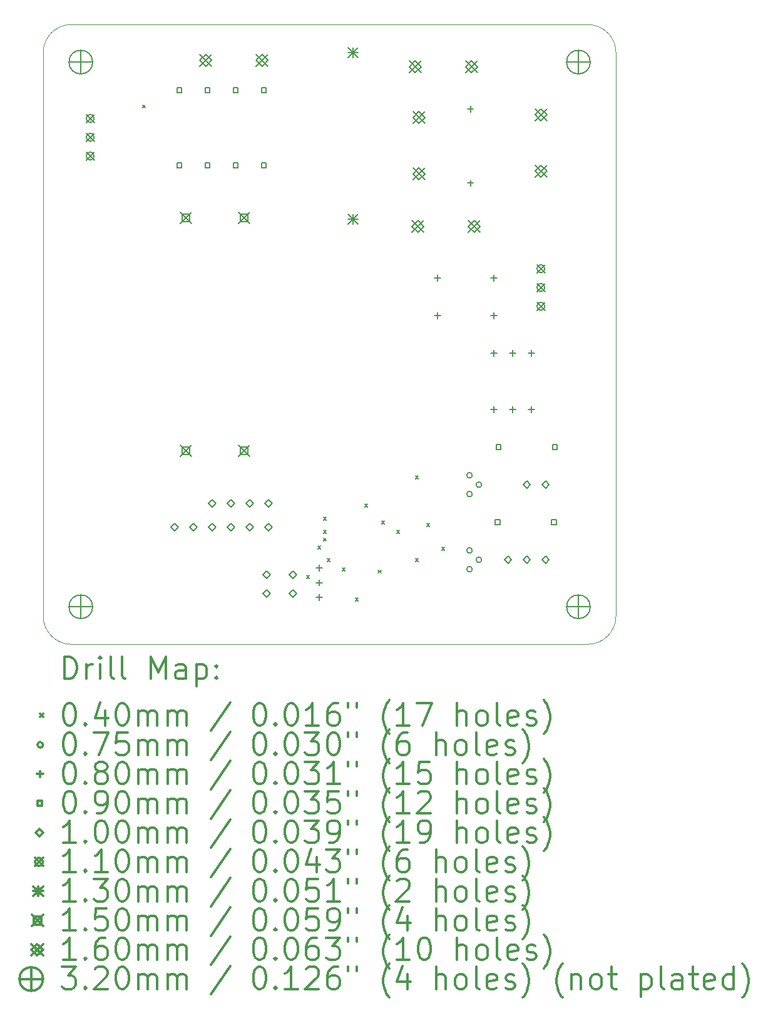
<source format=gbr>
%FSLAX45Y45*%
G04 Gerber Fmt 4.5, Leading zero omitted, Abs format (unit mm)*
G04 Created by KiCad (PCBNEW 5.1.4-e60b266~84~ubuntu18.04.1) date 2019-09-13 00:56:46*
%MOMM*%
%LPD*%
G04 APERTURE LIST*
%ADD10C,0.050000*%
%ADD11C,0.200000*%
%ADD12C,0.300000*%
G04 APERTURE END LIST*
D10*
X19050000Y-11176000D02*
G75*
G02X18669000Y-11557000I-381000J0D01*
G01*
X11684000Y-11557000D02*
G75*
G02X11303000Y-11176000I0J381000D01*
G01*
X11303000Y-3556000D02*
G75*
G02X11684000Y-3175000I381000J0D01*
G01*
X18669000Y-3175000D02*
G75*
G02X19050000Y-3556000I0J-381000D01*
G01*
X11303000Y-11176000D02*
X11303000Y-3556000D01*
X18669000Y-11557000D02*
X11684000Y-11557000D01*
X18669000Y-3175000D02*
X11684000Y-3175000D01*
X19050000Y-11176000D02*
X19050000Y-3556000D01*
D11*
X12645929Y-4263929D02*
X12685929Y-4303929D01*
X12685929Y-4263929D02*
X12645929Y-4303929D01*
X14864400Y-10622600D02*
X14904400Y-10662600D01*
X14904400Y-10622600D02*
X14864400Y-10662600D01*
X15016800Y-10228900D02*
X15056800Y-10268900D01*
X15056800Y-10228900D02*
X15016800Y-10268900D01*
X15093000Y-9835200D02*
X15133000Y-9875200D01*
X15133000Y-9835200D02*
X15093000Y-9875200D01*
X15093000Y-10013000D02*
X15133000Y-10053000D01*
X15133000Y-10013000D02*
X15093000Y-10053000D01*
X15093000Y-10120950D02*
X15133000Y-10160950D01*
X15133000Y-10120950D02*
X15093000Y-10160950D01*
X15143800Y-10394000D02*
X15183800Y-10434000D01*
X15183800Y-10394000D02*
X15143800Y-10434000D01*
X15347000Y-10521000D02*
X15387000Y-10561000D01*
X15387000Y-10521000D02*
X15347000Y-10561000D01*
X15524800Y-10927400D02*
X15564800Y-10967400D01*
X15564800Y-10927400D02*
X15524800Y-10967400D01*
X15651800Y-9657400D02*
X15691800Y-9697400D01*
X15691800Y-9657400D02*
X15651800Y-9697400D01*
X15835950Y-10552750D02*
X15875950Y-10592750D01*
X15875950Y-10552750D02*
X15835950Y-10592750D01*
X15880400Y-9886000D02*
X15920400Y-9926000D01*
X15920400Y-9886000D02*
X15880400Y-9926000D01*
X16083600Y-10013000D02*
X16123600Y-10053000D01*
X16123600Y-10013000D02*
X16083600Y-10053000D01*
X16337600Y-9276400D02*
X16377600Y-9316400D01*
X16377600Y-9276400D02*
X16337600Y-9316400D01*
X16337600Y-10394000D02*
X16377600Y-10434000D01*
X16377600Y-10394000D02*
X16337600Y-10434000D01*
X16490000Y-9924100D02*
X16530000Y-9964100D01*
X16530000Y-9924100D02*
X16490000Y-9964100D01*
X16693200Y-10241600D02*
X16733200Y-10281600D01*
X16733200Y-10241600D02*
X16693200Y-10281600D01*
X17106300Y-9271000D02*
G75*
G03X17106300Y-9271000I-37500J0D01*
G01*
X17106300Y-9525000D02*
G75*
G03X17106300Y-9525000I-37500J0D01*
G01*
X17233300Y-9398000D02*
G75*
G03X17233300Y-9398000I-37500J0D01*
G01*
X17106300Y-10287000D02*
G75*
G03X17106300Y-10287000I-37500J0D01*
G01*
X17106300Y-10541000D02*
G75*
G03X17106300Y-10541000I-37500J0D01*
G01*
X17233300Y-10414000D02*
G75*
G03X17233300Y-10414000I-37500J0D01*
G01*
X16637000Y-7072000D02*
X16637000Y-7152000D01*
X16597000Y-7112000D02*
X16677000Y-7112000D01*
X17399000Y-7072000D02*
X17399000Y-7152000D01*
X17359000Y-7112000D02*
X17439000Y-7112000D01*
X17399000Y-7580000D02*
X17399000Y-7660000D01*
X17359000Y-7620000D02*
X17439000Y-7620000D01*
X17399000Y-8342000D02*
X17399000Y-8422000D01*
X17359000Y-8382000D02*
X17439000Y-8382000D01*
X17653000Y-7580000D02*
X17653000Y-7660000D01*
X17613000Y-7620000D02*
X17693000Y-7620000D01*
X17653000Y-8342000D02*
X17653000Y-8422000D01*
X17613000Y-8382000D02*
X17693000Y-8382000D01*
X17907000Y-7580000D02*
X17907000Y-7660000D01*
X17867000Y-7620000D02*
X17947000Y-7620000D01*
X17907000Y-8342000D02*
X17907000Y-8422000D01*
X17867000Y-8382000D02*
X17947000Y-8382000D01*
X17081500Y-4278000D02*
X17081500Y-4358000D01*
X17041500Y-4318000D02*
X17121500Y-4318000D01*
X17081500Y-5278000D02*
X17081500Y-5358000D01*
X17041500Y-5318000D02*
X17121500Y-5318000D01*
X15036800Y-10482000D02*
X15036800Y-10562000D01*
X14996800Y-10522000D02*
X15076800Y-10522000D01*
X15036800Y-10682000D02*
X15036800Y-10762000D01*
X14996800Y-10722000D02*
X15076800Y-10722000D01*
X15036800Y-10882000D02*
X15036800Y-10962000D01*
X14996800Y-10922000D02*
X15076800Y-10922000D01*
X16637000Y-6564000D02*
X16637000Y-6644000D01*
X16597000Y-6604000D02*
X16677000Y-6604000D01*
X17399000Y-6564000D02*
X17399000Y-6644000D01*
X17359000Y-6604000D02*
X17439000Y-6604000D01*
X13176320Y-4095820D02*
X13176320Y-4032180D01*
X13112680Y-4032180D01*
X13112680Y-4095820D01*
X13176320Y-4095820D01*
X13176320Y-5111820D02*
X13176320Y-5048180D01*
X13112680Y-5048180D01*
X13112680Y-5111820D01*
X13176320Y-5111820D01*
X13557320Y-4095820D02*
X13557320Y-4032180D01*
X13493680Y-4032180D01*
X13493680Y-4095820D01*
X13557320Y-4095820D01*
X13557320Y-5111820D02*
X13557320Y-5048180D01*
X13493680Y-5048180D01*
X13493680Y-5111820D01*
X13557320Y-5111820D01*
X14319320Y-4095820D02*
X14319320Y-4032180D01*
X14255680Y-4032180D01*
X14255680Y-4095820D01*
X14319320Y-4095820D01*
X14319320Y-5111820D02*
X14319320Y-5048180D01*
X14255680Y-5048180D01*
X14255680Y-5111820D01*
X14319320Y-5111820D01*
X17494320Y-8921820D02*
X17494320Y-8858180D01*
X17430680Y-8858180D01*
X17430680Y-8921820D01*
X17494320Y-8921820D01*
X18256320Y-8921820D02*
X18256320Y-8858180D01*
X18192680Y-8858180D01*
X18192680Y-8921820D01*
X18256320Y-8921820D01*
X13938320Y-4095820D02*
X13938320Y-4032180D01*
X13874680Y-4032180D01*
X13874680Y-4095820D01*
X13938320Y-4095820D01*
X13938320Y-5111820D02*
X13938320Y-5048180D01*
X13874680Y-5048180D01*
X13874680Y-5111820D01*
X13938320Y-5111820D01*
X17481620Y-9937820D02*
X17481620Y-9874180D01*
X17417980Y-9874180D01*
X17417980Y-9937820D01*
X17481620Y-9937820D01*
X18243620Y-9937820D02*
X18243620Y-9874180D01*
X18179980Y-9874180D01*
X18179980Y-9937820D01*
X18243620Y-9937820D01*
X14681200Y-10667200D02*
X14731200Y-10617200D01*
X14681200Y-10567200D01*
X14631200Y-10617200D01*
X14681200Y-10667200D01*
X14681200Y-10921200D02*
X14731200Y-10871200D01*
X14681200Y-10821200D01*
X14631200Y-10871200D01*
X14681200Y-10921200D01*
X14325600Y-10667200D02*
X14375600Y-10617200D01*
X14325600Y-10567200D01*
X14275600Y-10617200D01*
X14325600Y-10667200D01*
X14325600Y-10921200D02*
X14375600Y-10871200D01*
X14325600Y-10821200D01*
X14275600Y-10871200D01*
X14325600Y-10921200D01*
X13589000Y-9702000D02*
X13639000Y-9652000D01*
X13589000Y-9602000D01*
X13539000Y-9652000D01*
X13589000Y-9702000D01*
X13843000Y-9702000D02*
X13893000Y-9652000D01*
X13843000Y-9602000D01*
X13793000Y-9652000D01*
X13843000Y-9702000D01*
X14097000Y-9702000D02*
X14147000Y-9652000D01*
X14097000Y-9602000D01*
X14047000Y-9652000D01*
X14097000Y-9702000D01*
X14351000Y-9702000D02*
X14401000Y-9652000D01*
X14351000Y-9602000D01*
X14301000Y-9652000D01*
X14351000Y-9702000D01*
X17843500Y-9448000D02*
X17893500Y-9398000D01*
X17843500Y-9348000D01*
X17793500Y-9398000D01*
X17843500Y-9448000D01*
X18097500Y-9448000D02*
X18147500Y-9398000D01*
X18097500Y-9348000D01*
X18047500Y-9398000D01*
X18097500Y-9448000D01*
X13081000Y-10019500D02*
X13131000Y-9969500D01*
X13081000Y-9919500D01*
X13031000Y-9969500D01*
X13081000Y-10019500D01*
X13335000Y-10019500D02*
X13385000Y-9969500D01*
X13335000Y-9919500D01*
X13285000Y-9969500D01*
X13335000Y-10019500D01*
X13589000Y-10019500D02*
X13639000Y-9969500D01*
X13589000Y-9919500D01*
X13539000Y-9969500D01*
X13589000Y-10019500D01*
X13843000Y-10019500D02*
X13893000Y-9969500D01*
X13843000Y-9919500D01*
X13793000Y-9969500D01*
X13843000Y-10019500D01*
X14097000Y-10019500D02*
X14147000Y-9969500D01*
X14097000Y-9919500D01*
X14047000Y-9969500D01*
X14097000Y-10019500D01*
X14351000Y-10019500D02*
X14401000Y-9969500D01*
X14351000Y-9919500D01*
X14301000Y-9969500D01*
X14351000Y-10019500D01*
X17589500Y-10464000D02*
X17639500Y-10414000D01*
X17589500Y-10364000D01*
X17539500Y-10414000D01*
X17589500Y-10464000D01*
X17843500Y-10464000D02*
X17893500Y-10414000D01*
X17843500Y-10364000D01*
X17793500Y-10414000D01*
X17843500Y-10464000D01*
X18097500Y-10464000D02*
X18147500Y-10414000D01*
X18097500Y-10364000D01*
X18047500Y-10414000D01*
X18097500Y-10464000D01*
X11883000Y-4390000D02*
X11993000Y-4500000D01*
X11993000Y-4390000D02*
X11883000Y-4500000D01*
X11993000Y-4445000D02*
G75*
G03X11993000Y-4445000I-55000J0D01*
G01*
X11883000Y-4644000D02*
X11993000Y-4754000D01*
X11993000Y-4644000D02*
X11883000Y-4754000D01*
X11993000Y-4699000D02*
G75*
G03X11993000Y-4699000I-55000J0D01*
G01*
X11883000Y-4898000D02*
X11993000Y-5008000D01*
X11993000Y-4898000D02*
X11883000Y-5008000D01*
X11993000Y-4953000D02*
G75*
G03X11993000Y-4953000I-55000J0D01*
G01*
X17979000Y-6422000D02*
X18089000Y-6532000D01*
X18089000Y-6422000D02*
X17979000Y-6532000D01*
X18089000Y-6477000D02*
G75*
G03X18089000Y-6477000I-55000J0D01*
G01*
X17979000Y-6676000D02*
X18089000Y-6786000D01*
X18089000Y-6676000D02*
X17979000Y-6786000D01*
X18089000Y-6731000D02*
G75*
G03X18089000Y-6731000I-55000J0D01*
G01*
X17979000Y-6930000D02*
X18089000Y-7040000D01*
X18089000Y-6930000D02*
X17979000Y-7040000D01*
X18089000Y-6985000D02*
G75*
G03X18089000Y-6985000I-55000J0D01*
G01*
X15429000Y-3491000D02*
X15559000Y-3621000D01*
X15559000Y-3491000D02*
X15429000Y-3621000D01*
X15494000Y-3491000D02*
X15494000Y-3621000D01*
X15429000Y-3556000D02*
X15559000Y-3556000D01*
X15429000Y-5741000D02*
X15559000Y-5871000D01*
X15559000Y-5741000D02*
X15429000Y-5871000D01*
X15494000Y-5741000D02*
X15494000Y-5871000D01*
X15429000Y-5806000D02*
X15559000Y-5806000D01*
X13158400Y-5716200D02*
X13308400Y-5866200D01*
X13308400Y-5716200D02*
X13158400Y-5866200D01*
X13286433Y-5844233D02*
X13286433Y-5738166D01*
X13180366Y-5738166D01*
X13180366Y-5844233D01*
X13286433Y-5844233D01*
X13158400Y-8865800D02*
X13308400Y-9015800D01*
X13308400Y-8865800D02*
X13158400Y-9015800D01*
X13286433Y-8993834D02*
X13286433Y-8887767D01*
X13180366Y-8887767D01*
X13180366Y-8993834D01*
X13286433Y-8993834D01*
X13945800Y-5716200D02*
X14095800Y-5866200D01*
X14095800Y-5716200D02*
X13945800Y-5866200D01*
X14073833Y-5844233D02*
X14073833Y-5738166D01*
X13967766Y-5738166D01*
X13967766Y-5844233D01*
X14073833Y-5844233D01*
X13945800Y-8865800D02*
X14095800Y-9015800D01*
X14095800Y-8865800D02*
X13945800Y-9015800D01*
X14073833Y-8993834D02*
X14073833Y-8887767D01*
X13967766Y-8887767D01*
X13967766Y-8993834D01*
X14073833Y-8993834D01*
X17954000Y-4314200D02*
X18114000Y-4474200D01*
X18114000Y-4314200D02*
X17954000Y-4474200D01*
X18034000Y-4474200D02*
X18114000Y-4394200D01*
X18034000Y-4314200D01*
X17954000Y-4394200D01*
X18034000Y-4474200D01*
X17954000Y-5076200D02*
X18114000Y-5236200D01*
X18114000Y-5076200D02*
X17954000Y-5236200D01*
X18034000Y-5236200D02*
X18114000Y-5156200D01*
X18034000Y-5076200D01*
X17954000Y-5156200D01*
X18034000Y-5236200D01*
X16290300Y-5825500D02*
X16450300Y-5985500D01*
X16450300Y-5825500D02*
X16290300Y-5985500D01*
X16370300Y-5985500D02*
X16450300Y-5905500D01*
X16370300Y-5825500D01*
X16290300Y-5905500D01*
X16370300Y-5985500D01*
X17052300Y-5825500D02*
X17212300Y-5985500D01*
X17212300Y-5825500D02*
X17052300Y-5985500D01*
X17132300Y-5985500D02*
X17212300Y-5905500D01*
X17132300Y-5825500D01*
X17052300Y-5905500D01*
X17132300Y-5985500D01*
X16303000Y-4352300D02*
X16463000Y-4512300D01*
X16463000Y-4352300D02*
X16303000Y-4512300D01*
X16383000Y-4512300D02*
X16463000Y-4432300D01*
X16383000Y-4352300D01*
X16303000Y-4432300D01*
X16383000Y-4512300D01*
X16303000Y-5114300D02*
X16463000Y-5274300D01*
X16463000Y-5114300D02*
X16303000Y-5274300D01*
X16383000Y-5274300D02*
X16463000Y-5194300D01*
X16383000Y-5114300D01*
X16303000Y-5194300D01*
X16383000Y-5274300D01*
X16252200Y-3666500D02*
X16412200Y-3826500D01*
X16412200Y-3666500D02*
X16252200Y-3826500D01*
X16332200Y-3826500D02*
X16412200Y-3746500D01*
X16332200Y-3666500D01*
X16252200Y-3746500D01*
X16332200Y-3826500D01*
X17014200Y-3666500D02*
X17174200Y-3826500D01*
X17174200Y-3666500D02*
X17014200Y-3826500D01*
X17094200Y-3826500D02*
X17174200Y-3746500D01*
X17094200Y-3666500D01*
X17014200Y-3746500D01*
X17094200Y-3826500D01*
X13420100Y-3577600D02*
X13580100Y-3737600D01*
X13580100Y-3577600D02*
X13420100Y-3737600D01*
X13500100Y-3737600D02*
X13580100Y-3657600D01*
X13500100Y-3577600D01*
X13420100Y-3657600D01*
X13500100Y-3737600D01*
X14182100Y-3577600D02*
X14342100Y-3737600D01*
X14342100Y-3577600D02*
X14182100Y-3737600D01*
X14262100Y-3737600D02*
X14342100Y-3657600D01*
X14262100Y-3577600D01*
X14182100Y-3657600D01*
X14262100Y-3737600D01*
X18542000Y-10889000D02*
X18542000Y-11209000D01*
X18382000Y-11049000D02*
X18702000Y-11049000D01*
X18702000Y-11049000D02*
G75*
G03X18702000Y-11049000I-160000J0D01*
G01*
X11811000Y-3523000D02*
X11811000Y-3843000D01*
X11651000Y-3683000D02*
X11971000Y-3683000D01*
X11971000Y-3683000D02*
G75*
G03X11971000Y-3683000I-160000J0D01*
G01*
X18542000Y-3523000D02*
X18542000Y-3843000D01*
X18382000Y-3683000D02*
X18702000Y-3683000D01*
X18702000Y-3683000D02*
G75*
G03X18702000Y-3683000I-160000J0D01*
G01*
X11811000Y-10889000D02*
X11811000Y-11209000D01*
X11651000Y-11049000D02*
X11971000Y-11049000D01*
X11971000Y-11049000D02*
G75*
G03X11971000Y-11049000I-160000J0D01*
G01*
D12*
X11586928Y-12025214D02*
X11586928Y-11725214D01*
X11658357Y-11725214D01*
X11701214Y-11739500D01*
X11729786Y-11768071D01*
X11744071Y-11796643D01*
X11758357Y-11853786D01*
X11758357Y-11896643D01*
X11744071Y-11953786D01*
X11729786Y-11982357D01*
X11701214Y-12010929D01*
X11658357Y-12025214D01*
X11586928Y-12025214D01*
X11886928Y-12025214D02*
X11886928Y-11825214D01*
X11886928Y-11882357D02*
X11901214Y-11853786D01*
X11915500Y-11839500D01*
X11944071Y-11825214D01*
X11972643Y-11825214D01*
X12072643Y-12025214D02*
X12072643Y-11825214D01*
X12072643Y-11725214D02*
X12058357Y-11739500D01*
X12072643Y-11753786D01*
X12086928Y-11739500D01*
X12072643Y-11725214D01*
X12072643Y-11753786D01*
X12258357Y-12025214D02*
X12229786Y-12010929D01*
X12215500Y-11982357D01*
X12215500Y-11725214D01*
X12415500Y-12025214D02*
X12386928Y-12010929D01*
X12372643Y-11982357D01*
X12372643Y-11725214D01*
X12758357Y-12025214D02*
X12758357Y-11725214D01*
X12858357Y-11939500D01*
X12958357Y-11725214D01*
X12958357Y-12025214D01*
X13229786Y-12025214D02*
X13229786Y-11868071D01*
X13215500Y-11839500D01*
X13186928Y-11825214D01*
X13129786Y-11825214D01*
X13101214Y-11839500D01*
X13229786Y-12010929D02*
X13201214Y-12025214D01*
X13129786Y-12025214D01*
X13101214Y-12010929D01*
X13086928Y-11982357D01*
X13086928Y-11953786D01*
X13101214Y-11925214D01*
X13129786Y-11910929D01*
X13201214Y-11910929D01*
X13229786Y-11896643D01*
X13372643Y-11825214D02*
X13372643Y-12125214D01*
X13372643Y-11839500D02*
X13401214Y-11825214D01*
X13458357Y-11825214D01*
X13486928Y-11839500D01*
X13501214Y-11853786D01*
X13515500Y-11882357D01*
X13515500Y-11968071D01*
X13501214Y-11996643D01*
X13486928Y-12010929D01*
X13458357Y-12025214D01*
X13401214Y-12025214D01*
X13372643Y-12010929D01*
X13644071Y-11996643D02*
X13658357Y-12010929D01*
X13644071Y-12025214D01*
X13629786Y-12010929D01*
X13644071Y-11996643D01*
X13644071Y-12025214D01*
X13644071Y-11839500D02*
X13658357Y-11853786D01*
X13644071Y-11868071D01*
X13629786Y-11853786D01*
X13644071Y-11839500D01*
X13644071Y-11868071D01*
X11260500Y-12499500D02*
X11300500Y-12539500D01*
X11300500Y-12499500D02*
X11260500Y-12539500D01*
X11644071Y-12355214D02*
X11672643Y-12355214D01*
X11701214Y-12369500D01*
X11715500Y-12383786D01*
X11729786Y-12412357D01*
X11744071Y-12469500D01*
X11744071Y-12540929D01*
X11729786Y-12598071D01*
X11715500Y-12626643D01*
X11701214Y-12640929D01*
X11672643Y-12655214D01*
X11644071Y-12655214D01*
X11615500Y-12640929D01*
X11601214Y-12626643D01*
X11586928Y-12598071D01*
X11572643Y-12540929D01*
X11572643Y-12469500D01*
X11586928Y-12412357D01*
X11601214Y-12383786D01*
X11615500Y-12369500D01*
X11644071Y-12355214D01*
X11872643Y-12626643D02*
X11886928Y-12640929D01*
X11872643Y-12655214D01*
X11858357Y-12640929D01*
X11872643Y-12626643D01*
X11872643Y-12655214D01*
X12144071Y-12455214D02*
X12144071Y-12655214D01*
X12072643Y-12340929D02*
X12001214Y-12555214D01*
X12186928Y-12555214D01*
X12358357Y-12355214D02*
X12386928Y-12355214D01*
X12415500Y-12369500D01*
X12429786Y-12383786D01*
X12444071Y-12412357D01*
X12458357Y-12469500D01*
X12458357Y-12540929D01*
X12444071Y-12598071D01*
X12429786Y-12626643D01*
X12415500Y-12640929D01*
X12386928Y-12655214D01*
X12358357Y-12655214D01*
X12329786Y-12640929D01*
X12315500Y-12626643D01*
X12301214Y-12598071D01*
X12286928Y-12540929D01*
X12286928Y-12469500D01*
X12301214Y-12412357D01*
X12315500Y-12383786D01*
X12329786Y-12369500D01*
X12358357Y-12355214D01*
X12586928Y-12655214D02*
X12586928Y-12455214D01*
X12586928Y-12483786D02*
X12601214Y-12469500D01*
X12629786Y-12455214D01*
X12672643Y-12455214D01*
X12701214Y-12469500D01*
X12715500Y-12498071D01*
X12715500Y-12655214D01*
X12715500Y-12498071D02*
X12729786Y-12469500D01*
X12758357Y-12455214D01*
X12801214Y-12455214D01*
X12829786Y-12469500D01*
X12844071Y-12498071D01*
X12844071Y-12655214D01*
X12986928Y-12655214D02*
X12986928Y-12455214D01*
X12986928Y-12483786D02*
X13001214Y-12469500D01*
X13029786Y-12455214D01*
X13072643Y-12455214D01*
X13101214Y-12469500D01*
X13115500Y-12498071D01*
X13115500Y-12655214D01*
X13115500Y-12498071D02*
X13129786Y-12469500D01*
X13158357Y-12455214D01*
X13201214Y-12455214D01*
X13229786Y-12469500D01*
X13244071Y-12498071D01*
X13244071Y-12655214D01*
X13829786Y-12340929D02*
X13572643Y-12726643D01*
X14215500Y-12355214D02*
X14244071Y-12355214D01*
X14272643Y-12369500D01*
X14286928Y-12383786D01*
X14301214Y-12412357D01*
X14315500Y-12469500D01*
X14315500Y-12540929D01*
X14301214Y-12598071D01*
X14286928Y-12626643D01*
X14272643Y-12640929D01*
X14244071Y-12655214D01*
X14215500Y-12655214D01*
X14186928Y-12640929D01*
X14172643Y-12626643D01*
X14158357Y-12598071D01*
X14144071Y-12540929D01*
X14144071Y-12469500D01*
X14158357Y-12412357D01*
X14172643Y-12383786D01*
X14186928Y-12369500D01*
X14215500Y-12355214D01*
X14444071Y-12626643D02*
X14458357Y-12640929D01*
X14444071Y-12655214D01*
X14429786Y-12640929D01*
X14444071Y-12626643D01*
X14444071Y-12655214D01*
X14644071Y-12355214D02*
X14672643Y-12355214D01*
X14701214Y-12369500D01*
X14715500Y-12383786D01*
X14729786Y-12412357D01*
X14744071Y-12469500D01*
X14744071Y-12540929D01*
X14729786Y-12598071D01*
X14715500Y-12626643D01*
X14701214Y-12640929D01*
X14672643Y-12655214D01*
X14644071Y-12655214D01*
X14615500Y-12640929D01*
X14601214Y-12626643D01*
X14586928Y-12598071D01*
X14572643Y-12540929D01*
X14572643Y-12469500D01*
X14586928Y-12412357D01*
X14601214Y-12383786D01*
X14615500Y-12369500D01*
X14644071Y-12355214D01*
X15029786Y-12655214D02*
X14858357Y-12655214D01*
X14944071Y-12655214D02*
X14944071Y-12355214D01*
X14915500Y-12398071D01*
X14886928Y-12426643D01*
X14858357Y-12440929D01*
X15286928Y-12355214D02*
X15229786Y-12355214D01*
X15201214Y-12369500D01*
X15186928Y-12383786D01*
X15158357Y-12426643D01*
X15144071Y-12483786D01*
X15144071Y-12598071D01*
X15158357Y-12626643D01*
X15172643Y-12640929D01*
X15201214Y-12655214D01*
X15258357Y-12655214D01*
X15286928Y-12640929D01*
X15301214Y-12626643D01*
X15315500Y-12598071D01*
X15315500Y-12526643D01*
X15301214Y-12498071D01*
X15286928Y-12483786D01*
X15258357Y-12469500D01*
X15201214Y-12469500D01*
X15172643Y-12483786D01*
X15158357Y-12498071D01*
X15144071Y-12526643D01*
X15429786Y-12355214D02*
X15429786Y-12412357D01*
X15544071Y-12355214D02*
X15544071Y-12412357D01*
X15986928Y-12769500D02*
X15972643Y-12755214D01*
X15944071Y-12712357D01*
X15929786Y-12683786D01*
X15915500Y-12640929D01*
X15901214Y-12569500D01*
X15901214Y-12512357D01*
X15915500Y-12440929D01*
X15929786Y-12398071D01*
X15944071Y-12369500D01*
X15972643Y-12326643D01*
X15986928Y-12312357D01*
X16258357Y-12655214D02*
X16086928Y-12655214D01*
X16172643Y-12655214D02*
X16172643Y-12355214D01*
X16144071Y-12398071D01*
X16115500Y-12426643D01*
X16086928Y-12440929D01*
X16358357Y-12355214D02*
X16558357Y-12355214D01*
X16429786Y-12655214D01*
X16901214Y-12655214D02*
X16901214Y-12355214D01*
X17029786Y-12655214D02*
X17029786Y-12498071D01*
X17015500Y-12469500D01*
X16986928Y-12455214D01*
X16944071Y-12455214D01*
X16915500Y-12469500D01*
X16901214Y-12483786D01*
X17215500Y-12655214D02*
X17186928Y-12640929D01*
X17172643Y-12626643D01*
X17158357Y-12598071D01*
X17158357Y-12512357D01*
X17172643Y-12483786D01*
X17186928Y-12469500D01*
X17215500Y-12455214D01*
X17258357Y-12455214D01*
X17286928Y-12469500D01*
X17301214Y-12483786D01*
X17315500Y-12512357D01*
X17315500Y-12598071D01*
X17301214Y-12626643D01*
X17286928Y-12640929D01*
X17258357Y-12655214D01*
X17215500Y-12655214D01*
X17486928Y-12655214D02*
X17458357Y-12640929D01*
X17444071Y-12612357D01*
X17444071Y-12355214D01*
X17715500Y-12640929D02*
X17686928Y-12655214D01*
X17629786Y-12655214D01*
X17601214Y-12640929D01*
X17586928Y-12612357D01*
X17586928Y-12498071D01*
X17601214Y-12469500D01*
X17629786Y-12455214D01*
X17686928Y-12455214D01*
X17715500Y-12469500D01*
X17729786Y-12498071D01*
X17729786Y-12526643D01*
X17586928Y-12555214D01*
X17844071Y-12640929D02*
X17872643Y-12655214D01*
X17929786Y-12655214D01*
X17958357Y-12640929D01*
X17972643Y-12612357D01*
X17972643Y-12598071D01*
X17958357Y-12569500D01*
X17929786Y-12555214D01*
X17886928Y-12555214D01*
X17858357Y-12540929D01*
X17844071Y-12512357D01*
X17844071Y-12498071D01*
X17858357Y-12469500D01*
X17886928Y-12455214D01*
X17929786Y-12455214D01*
X17958357Y-12469500D01*
X18072643Y-12769500D02*
X18086928Y-12755214D01*
X18115500Y-12712357D01*
X18129786Y-12683786D01*
X18144071Y-12640929D01*
X18158357Y-12569500D01*
X18158357Y-12512357D01*
X18144071Y-12440929D01*
X18129786Y-12398071D01*
X18115500Y-12369500D01*
X18086928Y-12326643D01*
X18072643Y-12312357D01*
X11300500Y-12915500D02*
G75*
G03X11300500Y-12915500I-37500J0D01*
G01*
X11644071Y-12751214D02*
X11672643Y-12751214D01*
X11701214Y-12765500D01*
X11715500Y-12779786D01*
X11729786Y-12808357D01*
X11744071Y-12865500D01*
X11744071Y-12936929D01*
X11729786Y-12994071D01*
X11715500Y-13022643D01*
X11701214Y-13036929D01*
X11672643Y-13051214D01*
X11644071Y-13051214D01*
X11615500Y-13036929D01*
X11601214Y-13022643D01*
X11586928Y-12994071D01*
X11572643Y-12936929D01*
X11572643Y-12865500D01*
X11586928Y-12808357D01*
X11601214Y-12779786D01*
X11615500Y-12765500D01*
X11644071Y-12751214D01*
X11872643Y-13022643D02*
X11886928Y-13036929D01*
X11872643Y-13051214D01*
X11858357Y-13036929D01*
X11872643Y-13022643D01*
X11872643Y-13051214D01*
X11986928Y-12751214D02*
X12186928Y-12751214D01*
X12058357Y-13051214D01*
X12444071Y-12751214D02*
X12301214Y-12751214D01*
X12286928Y-12894071D01*
X12301214Y-12879786D01*
X12329786Y-12865500D01*
X12401214Y-12865500D01*
X12429786Y-12879786D01*
X12444071Y-12894071D01*
X12458357Y-12922643D01*
X12458357Y-12994071D01*
X12444071Y-13022643D01*
X12429786Y-13036929D01*
X12401214Y-13051214D01*
X12329786Y-13051214D01*
X12301214Y-13036929D01*
X12286928Y-13022643D01*
X12586928Y-13051214D02*
X12586928Y-12851214D01*
X12586928Y-12879786D02*
X12601214Y-12865500D01*
X12629786Y-12851214D01*
X12672643Y-12851214D01*
X12701214Y-12865500D01*
X12715500Y-12894071D01*
X12715500Y-13051214D01*
X12715500Y-12894071D02*
X12729786Y-12865500D01*
X12758357Y-12851214D01*
X12801214Y-12851214D01*
X12829786Y-12865500D01*
X12844071Y-12894071D01*
X12844071Y-13051214D01*
X12986928Y-13051214D02*
X12986928Y-12851214D01*
X12986928Y-12879786D02*
X13001214Y-12865500D01*
X13029786Y-12851214D01*
X13072643Y-12851214D01*
X13101214Y-12865500D01*
X13115500Y-12894071D01*
X13115500Y-13051214D01*
X13115500Y-12894071D02*
X13129786Y-12865500D01*
X13158357Y-12851214D01*
X13201214Y-12851214D01*
X13229786Y-12865500D01*
X13244071Y-12894071D01*
X13244071Y-13051214D01*
X13829786Y-12736929D02*
X13572643Y-13122643D01*
X14215500Y-12751214D02*
X14244071Y-12751214D01*
X14272643Y-12765500D01*
X14286928Y-12779786D01*
X14301214Y-12808357D01*
X14315500Y-12865500D01*
X14315500Y-12936929D01*
X14301214Y-12994071D01*
X14286928Y-13022643D01*
X14272643Y-13036929D01*
X14244071Y-13051214D01*
X14215500Y-13051214D01*
X14186928Y-13036929D01*
X14172643Y-13022643D01*
X14158357Y-12994071D01*
X14144071Y-12936929D01*
X14144071Y-12865500D01*
X14158357Y-12808357D01*
X14172643Y-12779786D01*
X14186928Y-12765500D01*
X14215500Y-12751214D01*
X14444071Y-13022643D02*
X14458357Y-13036929D01*
X14444071Y-13051214D01*
X14429786Y-13036929D01*
X14444071Y-13022643D01*
X14444071Y-13051214D01*
X14644071Y-12751214D02*
X14672643Y-12751214D01*
X14701214Y-12765500D01*
X14715500Y-12779786D01*
X14729786Y-12808357D01*
X14744071Y-12865500D01*
X14744071Y-12936929D01*
X14729786Y-12994071D01*
X14715500Y-13022643D01*
X14701214Y-13036929D01*
X14672643Y-13051214D01*
X14644071Y-13051214D01*
X14615500Y-13036929D01*
X14601214Y-13022643D01*
X14586928Y-12994071D01*
X14572643Y-12936929D01*
X14572643Y-12865500D01*
X14586928Y-12808357D01*
X14601214Y-12779786D01*
X14615500Y-12765500D01*
X14644071Y-12751214D01*
X14844071Y-12751214D02*
X15029786Y-12751214D01*
X14929786Y-12865500D01*
X14972643Y-12865500D01*
X15001214Y-12879786D01*
X15015500Y-12894071D01*
X15029786Y-12922643D01*
X15029786Y-12994071D01*
X15015500Y-13022643D01*
X15001214Y-13036929D01*
X14972643Y-13051214D01*
X14886928Y-13051214D01*
X14858357Y-13036929D01*
X14844071Y-13022643D01*
X15215500Y-12751214D02*
X15244071Y-12751214D01*
X15272643Y-12765500D01*
X15286928Y-12779786D01*
X15301214Y-12808357D01*
X15315500Y-12865500D01*
X15315500Y-12936929D01*
X15301214Y-12994071D01*
X15286928Y-13022643D01*
X15272643Y-13036929D01*
X15244071Y-13051214D01*
X15215500Y-13051214D01*
X15186928Y-13036929D01*
X15172643Y-13022643D01*
X15158357Y-12994071D01*
X15144071Y-12936929D01*
X15144071Y-12865500D01*
X15158357Y-12808357D01*
X15172643Y-12779786D01*
X15186928Y-12765500D01*
X15215500Y-12751214D01*
X15429786Y-12751214D02*
X15429786Y-12808357D01*
X15544071Y-12751214D02*
X15544071Y-12808357D01*
X15986928Y-13165500D02*
X15972643Y-13151214D01*
X15944071Y-13108357D01*
X15929786Y-13079786D01*
X15915500Y-13036929D01*
X15901214Y-12965500D01*
X15901214Y-12908357D01*
X15915500Y-12836929D01*
X15929786Y-12794071D01*
X15944071Y-12765500D01*
X15972643Y-12722643D01*
X15986928Y-12708357D01*
X16229786Y-12751214D02*
X16172643Y-12751214D01*
X16144071Y-12765500D01*
X16129786Y-12779786D01*
X16101214Y-12822643D01*
X16086928Y-12879786D01*
X16086928Y-12994071D01*
X16101214Y-13022643D01*
X16115500Y-13036929D01*
X16144071Y-13051214D01*
X16201214Y-13051214D01*
X16229786Y-13036929D01*
X16244071Y-13022643D01*
X16258357Y-12994071D01*
X16258357Y-12922643D01*
X16244071Y-12894071D01*
X16229786Y-12879786D01*
X16201214Y-12865500D01*
X16144071Y-12865500D01*
X16115500Y-12879786D01*
X16101214Y-12894071D01*
X16086928Y-12922643D01*
X16615500Y-13051214D02*
X16615500Y-12751214D01*
X16744071Y-13051214D02*
X16744071Y-12894071D01*
X16729786Y-12865500D01*
X16701214Y-12851214D01*
X16658357Y-12851214D01*
X16629786Y-12865500D01*
X16615500Y-12879786D01*
X16929786Y-13051214D02*
X16901214Y-13036929D01*
X16886928Y-13022643D01*
X16872643Y-12994071D01*
X16872643Y-12908357D01*
X16886928Y-12879786D01*
X16901214Y-12865500D01*
X16929786Y-12851214D01*
X16972643Y-12851214D01*
X17001214Y-12865500D01*
X17015500Y-12879786D01*
X17029786Y-12908357D01*
X17029786Y-12994071D01*
X17015500Y-13022643D01*
X17001214Y-13036929D01*
X16972643Y-13051214D01*
X16929786Y-13051214D01*
X17201214Y-13051214D02*
X17172643Y-13036929D01*
X17158357Y-13008357D01*
X17158357Y-12751214D01*
X17429786Y-13036929D02*
X17401214Y-13051214D01*
X17344071Y-13051214D01*
X17315500Y-13036929D01*
X17301214Y-13008357D01*
X17301214Y-12894071D01*
X17315500Y-12865500D01*
X17344071Y-12851214D01*
X17401214Y-12851214D01*
X17429786Y-12865500D01*
X17444071Y-12894071D01*
X17444071Y-12922643D01*
X17301214Y-12951214D01*
X17558357Y-13036929D02*
X17586928Y-13051214D01*
X17644071Y-13051214D01*
X17672643Y-13036929D01*
X17686928Y-13008357D01*
X17686928Y-12994071D01*
X17672643Y-12965500D01*
X17644071Y-12951214D01*
X17601214Y-12951214D01*
X17572643Y-12936929D01*
X17558357Y-12908357D01*
X17558357Y-12894071D01*
X17572643Y-12865500D01*
X17601214Y-12851214D01*
X17644071Y-12851214D01*
X17672643Y-12865500D01*
X17786928Y-13165500D02*
X17801214Y-13151214D01*
X17829786Y-13108357D01*
X17844071Y-13079786D01*
X17858357Y-13036929D01*
X17872643Y-12965500D01*
X17872643Y-12908357D01*
X17858357Y-12836929D01*
X17844071Y-12794071D01*
X17829786Y-12765500D01*
X17801214Y-12722643D01*
X17786928Y-12708357D01*
X11260500Y-13271500D02*
X11260500Y-13351500D01*
X11220500Y-13311500D02*
X11300500Y-13311500D01*
X11644071Y-13147214D02*
X11672643Y-13147214D01*
X11701214Y-13161500D01*
X11715500Y-13175786D01*
X11729786Y-13204357D01*
X11744071Y-13261500D01*
X11744071Y-13332929D01*
X11729786Y-13390071D01*
X11715500Y-13418643D01*
X11701214Y-13432929D01*
X11672643Y-13447214D01*
X11644071Y-13447214D01*
X11615500Y-13432929D01*
X11601214Y-13418643D01*
X11586928Y-13390071D01*
X11572643Y-13332929D01*
X11572643Y-13261500D01*
X11586928Y-13204357D01*
X11601214Y-13175786D01*
X11615500Y-13161500D01*
X11644071Y-13147214D01*
X11872643Y-13418643D02*
X11886928Y-13432929D01*
X11872643Y-13447214D01*
X11858357Y-13432929D01*
X11872643Y-13418643D01*
X11872643Y-13447214D01*
X12058357Y-13275786D02*
X12029786Y-13261500D01*
X12015500Y-13247214D01*
X12001214Y-13218643D01*
X12001214Y-13204357D01*
X12015500Y-13175786D01*
X12029786Y-13161500D01*
X12058357Y-13147214D01*
X12115500Y-13147214D01*
X12144071Y-13161500D01*
X12158357Y-13175786D01*
X12172643Y-13204357D01*
X12172643Y-13218643D01*
X12158357Y-13247214D01*
X12144071Y-13261500D01*
X12115500Y-13275786D01*
X12058357Y-13275786D01*
X12029786Y-13290071D01*
X12015500Y-13304357D01*
X12001214Y-13332929D01*
X12001214Y-13390071D01*
X12015500Y-13418643D01*
X12029786Y-13432929D01*
X12058357Y-13447214D01*
X12115500Y-13447214D01*
X12144071Y-13432929D01*
X12158357Y-13418643D01*
X12172643Y-13390071D01*
X12172643Y-13332929D01*
X12158357Y-13304357D01*
X12144071Y-13290071D01*
X12115500Y-13275786D01*
X12358357Y-13147214D02*
X12386928Y-13147214D01*
X12415500Y-13161500D01*
X12429786Y-13175786D01*
X12444071Y-13204357D01*
X12458357Y-13261500D01*
X12458357Y-13332929D01*
X12444071Y-13390071D01*
X12429786Y-13418643D01*
X12415500Y-13432929D01*
X12386928Y-13447214D01*
X12358357Y-13447214D01*
X12329786Y-13432929D01*
X12315500Y-13418643D01*
X12301214Y-13390071D01*
X12286928Y-13332929D01*
X12286928Y-13261500D01*
X12301214Y-13204357D01*
X12315500Y-13175786D01*
X12329786Y-13161500D01*
X12358357Y-13147214D01*
X12586928Y-13447214D02*
X12586928Y-13247214D01*
X12586928Y-13275786D02*
X12601214Y-13261500D01*
X12629786Y-13247214D01*
X12672643Y-13247214D01*
X12701214Y-13261500D01*
X12715500Y-13290071D01*
X12715500Y-13447214D01*
X12715500Y-13290071D02*
X12729786Y-13261500D01*
X12758357Y-13247214D01*
X12801214Y-13247214D01*
X12829786Y-13261500D01*
X12844071Y-13290071D01*
X12844071Y-13447214D01*
X12986928Y-13447214D02*
X12986928Y-13247214D01*
X12986928Y-13275786D02*
X13001214Y-13261500D01*
X13029786Y-13247214D01*
X13072643Y-13247214D01*
X13101214Y-13261500D01*
X13115500Y-13290071D01*
X13115500Y-13447214D01*
X13115500Y-13290071D02*
X13129786Y-13261500D01*
X13158357Y-13247214D01*
X13201214Y-13247214D01*
X13229786Y-13261500D01*
X13244071Y-13290071D01*
X13244071Y-13447214D01*
X13829786Y-13132929D02*
X13572643Y-13518643D01*
X14215500Y-13147214D02*
X14244071Y-13147214D01*
X14272643Y-13161500D01*
X14286928Y-13175786D01*
X14301214Y-13204357D01*
X14315500Y-13261500D01*
X14315500Y-13332929D01*
X14301214Y-13390071D01*
X14286928Y-13418643D01*
X14272643Y-13432929D01*
X14244071Y-13447214D01*
X14215500Y-13447214D01*
X14186928Y-13432929D01*
X14172643Y-13418643D01*
X14158357Y-13390071D01*
X14144071Y-13332929D01*
X14144071Y-13261500D01*
X14158357Y-13204357D01*
X14172643Y-13175786D01*
X14186928Y-13161500D01*
X14215500Y-13147214D01*
X14444071Y-13418643D02*
X14458357Y-13432929D01*
X14444071Y-13447214D01*
X14429786Y-13432929D01*
X14444071Y-13418643D01*
X14444071Y-13447214D01*
X14644071Y-13147214D02*
X14672643Y-13147214D01*
X14701214Y-13161500D01*
X14715500Y-13175786D01*
X14729786Y-13204357D01*
X14744071Y-13261500D01*
X14744071Y-13332929D01*
X14729786Y-13390071D01*
X14715500Y-13418643D01*
X14701214Y-13432929D01*
X14672643Y-13447214D01*
X14644071Y-13447214D01*
X14615500Y-13432929D01*
X14601214Y-13418643D01*
X14586928Y-13390071D01*
X14572643Y-13332929D01*
X14572643Y-13261500D01*
X14586928Y-13204357D01*
X14601214Y-13175786D01*
X14615500Y-13161500D01*
X14644071Y-13147214D01*
X14844071Y-13147214D02*
X15029786Y-13147214D01*
X14929786Y-13261500D01*
X14972643Y-13261500D01*
X15001214Y-13275786D01*
X15015500Y-13290071D01*
X15029786Y-13318643D01*
X15029786Y-13390071D01*
X15015500Y-13418643D01*
X15001214Y-13432929D01*
X14972643Y-13447214D01*
X14886928Y-13447214D01*
X14858357Y-13432929D01*
X14844071Y-13418643D01*
X15315500Y-13447214D02*
X15144071Y-13447214D01*
X15229786Y-13447214D02*
X15229786Y-13147214D01*
X15201214Y-13190071D01*
X15172643Y-13218643D01*
X15144071Y-13232929D01*
X15429786Y-13147214D02*
X15429786Y-13204357D01*
X15544071Y-13147214D02*
X15544071Y-13204357D01*
X15986928Y-13561500D02*
X15972643Y-13547214D01*
X15944071Y-13504357D01*
X15929786Y-13475786D01*
X15915500Y-13432929D01*
X15901214Y-13361500D01*
X15901214Y-13304357D01*
X15915500Y-13232929D01*
X15929786Y-13190071D01*
X15944071Y-13161500D01*
X15972643Y-13118643D01*
X15986928Y-13104357D01*
X16258357Y-13447214D02*
X16086928Y-13447214D01*
X16172643Y-13447214D02*
X16172643Y-13147214D01*
X16144071Y-13190071D01*
X16115500Y-13218643D01*
X16086928Y-13232929D01*
X16529786Y-13147214D02*
X16386928Y-13147214D01*
X16372643Y-13290071D01*
X16386928Y-13275786D01*
X16415500Y-13261500D01*
X16486928Y-13261500D01*
X16515500Y-13275786D01*
X16529786Y-13290071D01*
X16544071Y-13318643D01*
X16544071Y-13390071D01*
X16529786Y-13418643D01*
X16515500Y-13432929D01*
X16486928Y-13447214D01*
X16415500Y-13447214D01*
X16386928Y-13432929D01*
X16372643Y-13418643D01*
X16901214Y-13447214D02*
X16901214Y-13147214D01*
X17029786Y-13447214D02*
X17029786Y-13290071D01*
X17015500Y-13261500D01*
X16986928Y-13247214D01*
X16944071Y-13247214D01*
X16915500Y-13261500D01*
X16901214Y-13275786D01*
X17215500Y-13447214D02*
X17186928Y-13432929D01*
X17172643Y-13418643D01*
X17158357Y-13390071D01*
X17158357Y-13304357D01*
X17172643Y-13275786D01*
X17186928Y-13261500D01*
X17215500Y-13247214D01*
X17258357Y-13247214D01*
X17286928Y-13261500D01*
X17301214Y-13275786D01*
X17315500Y-13304357D01*
X17315500Y-13390071D01*
X17301214Y-13418643D01*
X17286928Y-13432929D01*
X17258357Y-13447214D01*
X17215500Y-13447214D01*
X17486928Y-13447214D02*
X17458357Y-13432929D01*
X17444071Y-13404357D01*
X17444071Y-13147214D01*
X17715500Y-13432929D02*
X17686928Y-13447214D01*
X17629786Y-13447214D01*
X17601214Y-13432929D01*
X17586928Y-13404357D01*
X17586928Y-13290071D01*
X17601214Y-13261500D01*
X17629786Y-13247214D01*
X17686928Y-13247214D01*
X17715500Y-13261500D01*
X17729786Y-13290071D01*
X17729786Y-13318643D01*
X17586928Y-13347214D01*
X17844071Y-13432929D02*
X17872643Y-13447214D01*
X17929786Y-13447214D01*
X17958357Y-13432929D01*
X17972643Y-13404357D01*
X17972643Y-13390071D01*
X17958357Y-13361500D01*
X17929786Y-13347214D01*
X17886928Y-13347214D01*
X17858357Y-13332929D01*
X17844071Y-13304357D01*
X17844071Y-13290071D01*
X17858357Y-13261500D01*
X17886928Y-13247214D01*
X17929786Y-13247214D01*
X17958357Y-13261500D01*
X18072643Y-13561500D02*
X18086928Y-13547214D01*
X18115500Y-13504357D01*
X18129786Y-13475786D01*
X18144071Y-13432929D01*
X18158357Y-13361500D01*
X18158357Y-13304357D01*
X18144071Y-13232929D01*
X18129786Y-13190071D01*
X18115500Y-13161500D01*
X18086928Y-13118643D01*
X18072643Y-13104357D01*
X11287320Y-13739320D02*
X11287320Y-13675680D01*
X11223680Y-13675680D01*
X11223680Y-13739320D01*
X11287320Y-13739320D01*
X11644071Y-13543214D02*
X11672643Y-13543214D01*
X11701214Y-13557500D01*
X11715500Y-13571786D01*
X11729786Y-13600357D01*
X11744071Y-13657500D01*
X11744071Y-13728929D01*
X11729786Y-13786071D01*
X11715500Y-13814643D01*
X11701214Y-13828929D01*
X11672643Y-13843214D01*
X11644071Y-13843214D01*
X11615500Y-13828929D01*
X11601214Y-13814643D01*
X11586928Y-13786071D01*
X11572643Y-13728929D01*
X11572643Y-13657500D01*
X11586928Y-13600357D01*
X11601214Y-13571786D01*
X11615500Y-13557500D01*
X11644071Y-13543214D01*
X11872643Y-13814643D02*
X11886928Y-13828929D01*
X11872643Y-13843214D01*
X11858357Y-13828929D01*
X11872643Y-13814643D01*
X11872643Y-13843214D01*
X12029786Y-13843214D02*
X12086928Y-13843214D01*
X12115500Y-13828929D01*
X12129786Y-13814643D01*
X12158357Y-13771786D01*
X12172643Y-13714643D01*
X12172643Y-13600357D01*
X12158357Y-13571786D01*
X12144071Y-13557500D01*
X12115500Y-13543214D01*
X12058357Y-13543214D01*
X12029786Y-13557500D01*
X12015500Y-13571786D01*
X12001214Y-13600357D01*
X12001214Y-13671786D01*
X12015500Y-13700357D01*
X12029786Y-13714643D01*
X12058357Y-13728929D01*
X12115500Y-13728929D01*
X12144071Y-13714643D01*
X12158357Y-13700357D01*
X12172643Y-13671786D01*
X12358357Y-13543214D02*
X12386928Y-13543214D01*
X12415500Y-13557500D01*
X12429786Y-13571786D01*
X12444071Y-13600357D01*
X12458357Y-13657500D01*
X12458357Y-13728929D01*
X12444071Y-13786071D01*
X12429786Y-13814643D01*
X12415500Y-13828929D01*
X12386928Y-13843214D01*
X12358357Y-13843214D01*
X12329786Y-13828929D01*
X12315500Y-13814643D01*
X12301214Y-13786071D01*
X12286928Y-13728929D01*
X12286928Y-13657500D01*
X12301214Y-13600357D01*
X12315500Y-13571786D01*
X12329786Y-13557500D01*
X12358357Y-13543214D01*
X12586928Y-13843214D02*
X12586928Y-13643214D01*
X12586928Y-13671786D02*
X12601214Y-13657500D01*
X12629786Y-13643214D01*
X12672643Y-13643214D01*
X12701214Y-13657500D01*
X12715500Y-13686071D01*
X12715500Y-13843214D01*
X12715500Y-13686071D02*
X12729786Y-13657500D01*
X12758357Y-13643214D01*
X12801214Y-13643214D01*
X12829786Y-13657500D01*
X12844071Y-13686071D01*
X12844071Y-13843214D01*
X12986928Y-13843214D02*
X12986928Y-13643214D01*
X12986928Y-13671786D02*
X13001214Y-13657500D01*
X13029786Y-13643214D01*
X13072643Y-13643214D01*
X13101214Y-13657500D01*
X13115500Y-13686071D01*
X13115500Y-13843214D01*
X13115500Y-13686071D02*
X13129786Y-13657500D01*
X13158357Y-13643214D01*
X13201214Y-13643214D01*
X13229786Y-13657500D01*
X13244071Y-13686071D01*
X13244071Y-13843214D01*
X13829786Y-13528929D02*
X13572643Y-13914643D01*
X14215500Y-13543214D02*
X14244071Y-13543214D01*
X14272643Y-13557500D01*
X14286928Y-13571786D01*
X14301214Y-13600357D01*
X14315500Y-13657500D01*
X14315500Y-13728929D01*
X14301214Y-13786071D01*
X14286928Y-13814643D01*
X14272643Y-13828929D01*
X14244071Y-13843214D01*
X14215500Y-13843214D01*
X14186928Y-13828929D01*
X14172643Y-13814643D01*
X14158357Y-13786071D01*
X14144071Y-13728929D01*
X14144071Y-13657500D01*
X14158357Y-13600357D01*
X14172643Y-13571786D01*
X14186928Y-13557500D01*
X14215500Y-13543214D01*
X14444071Y-13814643D02*
X14458357Y-13828929D01*
X14444071Y-13843214D01*
X14429786Y-13828929D01*
X14444071Y-13814643D01*
X14444071Y-13843214D01*
X14644071Y-13543214D02*
X14672643Y-13543214D01*
X14701214Y-13557500D01*
X14715500Y-13571786D01*
X14729786Y-13600357D01*
X14744071Y-13657500D01*
X14744071Y-13728929D01*
X14729786Y-13786071D01*
X14715500Y-13814643D01*
X14701214Y-13828929D01*
X14672643Y-13843214D01*
X14644071Y-13843214D01*
X14615500Y-13828929D01*
X14601214Y-13814643D01*
X14586928Y-13786071D01*
X14572643Y-13728929D01*
X14572643Y-13657500D01*
X14586928Y-13600357D01*
X14601214Y-13571786D01*
X14615500Y-13557500D01*
X14644071Y-13543214D01*
X14844071Y-13543214D02*
X15029786Y-13543214D01*
X14929786Y-13657500D01*
X14972643Y-13657500D01*
X15001214Y-13671786D01*
X15015500Y-13686071D01*
X15029786Y-13714643D01*
X15029786Y-13786071D01*
X15015500Y-13814643D01*
X15001214Y-13828929D01*
X14972643Y-13843214D01*
X14886928Y-13843214D01*
X14858357Y-13828929D01*
X14844071Y-13814643D01*
X15301214Y-13543214D02*
X15158357Y-13543214D01*
X15144071Y-13686071D01*
X15158357Y-13671786D01*
X15186928Y-13657500D01*
X15258357Y-13657500D01*
X15286928Y-13671786D01*
X15301214Y-13686071D01*
X15315500Y-13714643D01*
X15315500Y-13786071D01*
X15301214Y-13814643D01*
X15286928Y-13828929D01*
X15258357Y-13843214D01*
X15186928Y-13843214D01*
X15158357Y-13828929D01*
X15144071Y-13814643D01*
X15429786Y-13543214D02*
X15429786Y-13600357D01*
X15544071Y-13543214D02*
X15544071Y-13600357D01*
X15986928Y-13957500D02*
X15972643Y-13943214D01*
X15944071Y-13900357D01*
X15929786Y-13871786D01*
X15915500Y-13828929D01*
X15901214Y-13757500D01*
X15901214Y-13700357D01*
X15915500Y-13628929D01*
X15929786Y-13586071D01*
X15944071Y-13557500D01*
X15972643Y-13514643D01*
X15986928Y-13500357D01*
X16258357Y-13843214D02*
X16086928Y-13843214D01*
X16172643Y-13843214D02*
X16172643Y-13543214D01*
X16144071Y-13586071D01*
X16115500Y-13614643D01*
X16086928Y-13628929D01*
X16372643Y-13571786D02*
X16386928Y-13557500D01*
X16415500Y-13543214D01*
X16486928Y-13543214D01*
X16515500Y-13557500D01*
X16529786Y-13571786D01*
X16544071Y-13600357D01*
X16544071Y-13628929D01*
X16529786Y-13671786D01*
X16358357Y-13843214D01*
X16544071Y-13843214D01*
X16901214Y-13843214D02*
X16901214Y-13543214D01*
X17029786Y-13843214D02*
X17029786Y-13686071D01*
X17015500Y-13657500D01*
X16986928Y-13643214D01*
X16944071Y-13643214D01*
X16915500Y-13657500D01*
X16901214Y-13671786D01*
X17215500Y-13843214D02*
X17186928Y-13828929D01*
X17172643Y-13814643D01*
X17158357Y-13786071D01*
X17158357Y-13700357D01*
X17172643Y-13671786D01*
X17186928Y-13657500D01*
X17215500Y-13643214D01*
X17258357Y-13643214D01*
X17286928Y-13657500D01*
X17301214Y-13671786D01*
X17315500Y-13700357D01*
X17315500Y-13786071D01*
X17301214Y-13814643D01*
X17286928Y-13828929D01*
X17258357Y-13843214D01*
X17215500Y-13843214D01*
X17486928Y-13843214D02*
X17458357Y-13828929D01*
X17444071Y-13800357D01*
X17444071Y-13543214D01*
X17715500Y-13828929D02*
X17686928Y-13843214D01*
X17629786Y-13843214D01*
X17601214Y-13828929D01*
X17586928Y-13800357D01*
X17586928Y-13686071D01*
X17601214Y-13657500D01*
X17629786Y-13643214D01*
X17686928Y-13643214D01*
X17715500Y-13657500D01*
X17729786Y-13686071D01*
X17729786Y-13714643D01*
X17586928Y-13743214D01*
X17844071Y-13828929D02*
X17872643Y-13843214D01*
X17929786Y-13843214D01*
X17958357Y-13828929D01*
X17972643Y-13800357D01*
X17972643Y-13786071D01*
X17958357Y-13757500D01*
X17929786Y-13743214D01*
X17886928Y-13743214D01*
X17858357Y-13728929D01*
X17844071Y-13700357D01*
X17844071Y-13686071D01*
X17858357Y-13657500D01*
X17886928Y-13643214D01*
X17929786Y-13643214D01*
X17958357Y-13657500D01*
X18072643Y-13957500D02*
X18086928Y-13943214D01*
X18115500Y-13900357D01*
X18129786Y-13871786D01*
X18144071Y-13828929D01*
X18158357Y-13757500D01*
X18158357Y-13700357D01*
X18144071Y-13628929D01*
X18129786Y-13586071D01*
X18115500Y-13557500D01*
X18086928Y-13514643D01*
X18072643Y-13500357D01*
X11250500Y-14153500D02*
X11300500Y-14103500D01*
X11250500Y-14053500D01*
X11200500Y-14103500D01*
X11250500Y-14153500D01*
X11744071Y-14239214D02*
X11572643Y-14239214D01*
X11658357Y-14239214D02*
X11658357Y-13939214D01*
X11629786Y-13982071D01*
X11601214Y-14010643D01*
X11572643Y-14024929D01*
X11872643Y-14210643D02*
X11886928Y-14224929D01*
X11872643Y-14239214D01*
X11858357Y-14224929D01*
X11872643Y-14210643D01*
X11872643Y-14239214D01*
X12072643Y-13939214D02*
X12101214Y-13939214D01*
X12129786Y-13953500D01*
X12144071Y-13967786D01*
X12158357Y-13996357D01*
X12172643Y-14053500D01*
X12172643Y-14124929D01*
X12158357Y-14182071D01*
X12144071Y-14210643D01*
X12129786Y-14224929D01*
X12101214Y-14239214D01*
X12072643Y-14239214D01*
X12044071Y-14224929D01*
X12029786Y-14210643D01*
X12015500Y-14182071D01*
X12001214Y-14124929D01*
X12001214Y-14053500D01*
X12015500Y-13996357D01*
X12029786Y-13967786D01*
X12044071Y-13953500D01*
X12072643Y-13939214D01*
X12358357Y-13939214D02*
X12386928Y-13939214D01*
X12415500Y-13953500D01*
X12429786Y-13967786D01*
X12444071Y-13996357D01*
X12458357Y-14053500D01*
X12458357Y-14124929D01*
X12444071Y-14182071D01*
X12429786Y-14210643D01*
X12415500Y-14224929D01*
X12386928Y-14239214D01*
X12358357Y-14239214D01*
X12329786Y-14224929D01*
X12315500Y-14210643D01*
X12301214Y-14182071D01*
X12286928Y-14124929D01*
X12286928Y-14053500D01*
X12301214Y-13996357D01*
X12315500Y-13967786D01*
X12329786Y-13953500D01*
X12358357Y-13939214D01*
X12586928Y-14239214D02*
X12586928Y-14039214D01*
X12586928Y-14067786D02*
X12601214Y-14053500D01*
X12629786Y-14039214D01*
X12672643Y-14039214D01*
X12701214Y-14053500D01*
X12715500Y-14082071D01*
X12715500Y-14239214D01*
X12715500Y-14082071D02*
X12729786Y-14053500D01*
X12758357Y-14039214D01*
X12801214Y-14039214D01*
X12829786Y-14053500D01*
X12844071Y-14082071D01*
X12844071Y-14239214D01*
X12986928Y-14239214D02*
X12986928Y-14039214D01*
X12986928Y-14067786D02*
X13001214Y-14053500D01*
X13029786Y-14039214D01*
X13072643Y-14039214D01*
X13101214Y-14053500D01*
X13115500Y-14082071D01*
X13115500Y-14239214D01*
X13115500Y-14082071D02*
X13129786Y-14053500D01*
X13158357Y-14039214D01*
X13201214Y-14039214D01*
X13229786Y-14053500D01*
X13244071Y-14082071D01*
X13244071Y-14239214D01*
X13829786Y-13924929D02*
X13572643Y-14310643D01*
X14215500Y-13939214D02*
X14244071Y-13939214D01*
X14272643Y-13953500D01*
X14286928Y-13967786D01*
X14301214Y-13996357D01*
X14315500Y-14053500D01*
X14315500Y-14124929D01*
X14301214Y-14182071D01*
X14286928Y-14210643D01*
X14272643Y-14224929D01*
X14244071Y-14239214D01*
X14215500Y-14239214D01*
X14186928Y-14224929D01*
X14172643Y-14210643D01*
X14158357Y-14182071D01*
X14144071Y-14124929D01*
X14144071Y-14053500D01*
X14158357Y-13996357D01*
X14172643Y-13967786D01*
X14186928Y-13953500D01*
X14215500Y-13939214D01*
X14444071Y-14210643D02*
X14458357Y-14224929D01*
X14444071Y-14239214D01*
X14429786Y-14224929D01*
X14444071Y-14210643D01*
X14444071Y-14239214D01*
X14644071Y-13939214D02*
X14672643Y-13939214D01*
X14701214Y-13953500D01*
X14715500Y-13967786D01*
X14729786Y-13996357D01*
X14744071Y-14053500D01*
X14744071Y-14124929D01*
X14729786Y-14182071D01*
X14715500Y-14210643D01*
X14701214Y-14224929D01*
X14672643Y-14239214D01*
X14644071Y-14239214D01*
X14615500Y-14224929D01*
X14601214Y-14210643D01*
X14586928Y-14182071D01*
X14572643Y-14124929D01*
X14572643Y-14053500D01*
X14586928Y-13996357D01*
X14601214Y-13967786D01*
X14615500Y-13953500D01*
X14644071Y-13939214D01*
X14844071Y-13939214D02*
X15029786Y-13939214D01*
X14929786Y-14053500D01*
X14972643Y-14053500D01*
X15001214Y-14067786D01*
X15015500Y-14082071D01*
X15029786Y-14110643D01*
X15029786Y-14182071D01*
X15015500Y-14210643D01*
X15001214Y-14224929D01*
X14972643Y-14239214D01*
X14886928Y-14239214D01*
X14858357Y-14224929D01*
X14844071Y-14210643D01*
X15172643Y-14239214D02*
X15229786Y-14239214D01*
X15258357Y-14224929D01*
X15272643Y-14210643D01*
X15301214Y-14167786D01*
X15315500Y-14110643D01*
X15315500Y-13996357D01*
X15301214Y-13967786D01*
X15286928Y-13953500D01*
X15258357Y-13939214D01*
X15201214Y-13939214D01*
X15172643Y-13953500D01*
X15158357Y-13967786D01*
X15144071Y-13996357D01*
X15144071Y-14067786D01*
X15158357Y-14096357D01*
X15172643Y-14110643D01*
X15201214Y-14124929D01*
X15258357Y-14124929D01*
X15286928Y-14110643D01*
X15301214Y-14096357D01*
X15315500Y-14067786D01*
X15429786Y-13939214D02*
X15429786Y-13996357D01*
X15544071Y-13939214D02*
X15544071Y-13996357D01*
X15986928Y-14353500D02*
X15972643Y-14339214D01*
X15944071Y-14296357D01*
X15929786Y-14267786D01*
X15915500Y-14224929D01*
X15901214Y-14153500D01*
X15901214Y-14096357D01*
X15915500Y-14024929D01*
X15929786Y-13982071D01*
X15944071Y-13953500D01*
X15972643Y-13910643D01*
X15986928Y-13896357D01*
X16258357Y-14239214D02*
X16086928Y-14239214D01*
X16172643Y-14239214D02*
X16172643Y-13939214D01*
X16144071Y-13982071D01*
X16115500Y-14010643D01*
X16086928Y-14024929D01*
X16401214Y-14239214D02*
X16458357Y-14239214D01*
X16486928Y-14224929D01*
X16501214Y-14210643D01*
X16529786Y-14167786D01*
X16544071Y-14110643D01*
X16544071Y-13996357D01*
X16529786Y-13967786D01*
X16515500Y-13953500D01*
X16486928Y-13939214D01*
X16429786Y-13939214D01*
X16401214Y-13953500D01*
X16386928Y-13967786D01*
X16372643Y-13996357D01*
X16372643Y-14067786D01*
X16386928Y-14096357D01*
X16401214Y-14110643D01*
X16429786Y-14124929D01*
X16486928Y-14124929D01*
X16515500Y-14110643D01*
X16529786Y-14096357D01*
X16544071Y-14067786D01*
X16901214Y-14239214D02*
X16901214Y-13939214D01*
X17029786Y-14239214D02*
X17029786Y-14082071D01*
X17015500Y-14053500D01*
X16986928Y-14039214D01*
X16944071Y-14039214D01*
X16915500Y-14053500D01*
X16901214Y-14067786D01*
X17215500Y-14239214D02*
X17186928Y-14224929D01*
X17172643Y-14210643D01*
X17158357Y-14182071D01*
X17158357Y-14096357D01*
X17172643Y-14067786D01*
X17186928Y-14053500D01*
X17215500Y-14039214D01*
X17258357Y-14039214D01*
X17286928Y-14053500D01*
X17301214Y-14067786D01*
X17315500Y-14096357D01*
X17315500Y-14182071D01*
X17301214Y-14210643D01*
X17286928Y-14224929D01*
X17258357Y-14239214D01*
X17215500Y-14239214D01*
X17486928Y-14239214D02*
X17458357Y-14224929D01*
X17444071Y-14196357D01*
X17444071Y-13939214D01*
X17715500Y-14224929D02*
X17686928Y-14239214D01*
X17629786Y-14239214D01*
X17601214Y-14224929D01*
X17586928Y-14196357D01*
X17586928Y-14082071D01*
X17601214Y-14053500D01*
X17629786Y-14039214D01*
X17686928Y-14039214D01*
X17715500Y-14053500D01*
X17729786Y-14082071D01*
X17729786Y-14110643D01*
X17586928Y-14139214D01*
X17844071Y-14224929D02*
X17872643Y-14239214D01*
X17929786Y-14239214D01*
X17958357Y-14224929D01*
X17972643Y-14196357D01*
X17972643Y-14182071D01*
X17958357Y-14153500D01*
X17929786Y-14139214D01*
X17886928Y-14139214D01*
X17858357Y-14124929D01*
X17844071Y-14096357D01*
X17844071Y-14082071D01*
X17858357Y-14053500D01*
X17886928Y-14039214D01*
X17929786Y-14039214D01*
X17958357Y-14053500D01*
X18072643Y-14353500D02*
X18086928Y-14339214D01*
X18115500Y-14296357D01*
X18129786Y-14267786D01*
X18144071Y-14224929D01*
X18158357Y-14153500D01*
X18158357Y-14096357D01*
X18144071Y-14024929D01*
X18129786Y-13982071D01*
X18115500Y-13953500D01*
X18086928Y-13910643D01*
X18072643Y-13896357D01*
X11190500Y-14444500D02*
X11300500Y-14554500D01*
X11300500Y-14444500D02*
X11190500Y-14554500D01*
X11300500Y-14499500D02*
G75*
G03X11300500Y-14499500I-55000J0D01*
G01*
X11744071Y-14635214D02*
X11572643Y-14635214D01*
X11658357Y-14635214D02*
X11658357Y-14335214D01*
X11629786Y-14378071D01*
X11601214Y-14406643D01*
X11572643Y-14420929D01*
X11872643Y-14606643D02*
X11886928Y-14620929D01*
X11872643Y-14635214D01*
X11858357Y-14620929D01*
X11872643Y-14606643D01*
X11872643Y-14635214D01*
X12172643Y-14635214D02*
X12001214Y-14635214D01*
X12086928Y-14635214D02*
X12086928Y-14335214D01*
X12058357Y-14378071D01*
X12029786Y-14406643D01*
X12001214Y-14420929D01*
X12358357Y-14335214D02*
X12386928Y-14335214D01*
X12415500Y-14349500D01*
X12429786Y-14363786D01*
X12444071Y-14392357D01*
X12458357Y-14449500D01*
X12458357Y-14520929D01*
X12444071Y-14578071D01*
X12429786Y-14606643D01*
X12415500Y-14620929D01*
X12386928Y-14635214D01*
X12358357Y-14635214D01*
X12329786Y-14620929D01*
X12315500Y-14606643D01*
X12301214Y-14578071D01*
X12286928Y-14520929D01*
X12286928Y-14449500D01*
X12301214Y-14392357D01*
X12315500Y-14363786D01*
X12329786Y-14349500D01*
X12358357Y-14335214D01*
X12586928Y-14635214D02*
X12586928Y-14435214D01*
X12586928Y-14463786D02*
X12601214Y-14449500D01*
X12629786Y-14435214D01*
X12672643Y-14435214D01*
X12701214Y-14449500D01*
X12715500Y-14478071D01*
X12715500Y-14635214D01*
X12715500Y-14478071D02*
X12729786Y-14449500D01*
X12758357Y-14435214D01*
X12801214Y-14435214D01*
X12829786Y-14449500D01*
X12844071Y-14478071D01*
X12844071Y-14635214D01*
X12986928Y-14635214D02*
X12986928Y-14435214D01*
X12986928Y-14463786D02*
X13001214Y-14449500D01*
X13029786Y-14435214D01*
X13072643Y-14435214D01*
X13101214Y-14449500D01*
X13115500Y-14478071D01*
X13115500Y-14635214D01*
X13115500Y-14478071D02*
X13129786Y-14449500D01*
X13158357Y-14435214D01*
X13201214Y-14435214D01*
X13229786Y-14449500D01*
X13244071Y-14478071D01*
X13244071Y-14635214D01*
X13829786Y-14320929D02*
X13572643Y-14706643D01*
X14215500Y-14335214D02*
X14244071Y-14335214D01*
X14272643Y-14349500D01*
X14286928Y-14363786D01*
X14301214Y-14392357D01*
X14315500Y-14449500D01*
X14315500Y-14520929D01*
X14301214Y-14578071D01*
X14286928Y-14606643D01*
X14272643Y-14620929D01*
X14244071Y-14635214D01*
X14215500Y-14635214D01*
X14186928Y-14620929D01*
X14172643Y-14606643D01*
X14158357Y-14578071D01*
X14144071Y-14520929D01*
X14144071Y-14449500D01*
X14158357Y-14392357D01*
X14172643Y-14363786D01*
X14186928Y-14349500D01*
X14215500Y-14335214D01*
X14444071Y-14606643D02*
X14458357Y-14620929D01*
X14444071Y-14635214D01*
X14429786Y-14620929D01*
X14444071Y-14606643D01*
X14444071Y-14635214D01*
X14644071Y-14335214D02*
X14672643Y-14335214D01*
X14701214Y-14349500D01*
X14715500Y-14363786D01*
X14729786Y-14392357D01*
X14744071Y-14449500D01*
X14744071Y-14520929D01*
X14729786Y-14578071D01*
X14715500Y-14606643D01*
X14701214Y-14620929D01*
X14672643Y-14635214D01*
X14644071Y-14635214D01*
X14615500Y-14620929D01*
X14601214Y-14606643D01*
X14586928Y-14578071D01*
X14572643Y-14520929D01*
X14572643Y-14449500D01*
X14586928Y-14392357D01*
X14601214Y-14363786D01*
X14615500Y-14349500D01*
X14644071Y-14335214D01*
X15001214Y-14435214D02*
X15001214Y-14635214D01*
X14929786Y-14320929D02*
X14858357Y-14535214D01*
X15044071Y-14535214D01*
X15129786Y-14335214D02*
X15315500Y-14335214D01*
X15215500Y-14449500D01*
X15258357Y-14449500D01*
X15286928Y-14463786D01*
X15301214Y-14478071D01*
X15315500Y-14506643D01*
X15315500Y-14578071D01*
X15301214Y-14606643D01*
X15286928Y-14620929D01*
X15258357Y-14635214D01*
X15172643Y-14635214D01*
X15144071Y-14620929D01*
X15129786Y-14606643D01*
X15429786Y-14335214D02*
X15429786Y-14392357D01*
X15544071Y-14335214D02*
X15544071Y-14392357D01*
X15986928Y-14749500D02*
X15972643Y-14735214D01*
X15944071Y-14692357D01*
X15929786Y-14663786D01*
X15915500Y-14620929D01*
X15901214Y-14549500D01*
X15901214Y-14492357D01*
X15915500Y-14420929D01*
X15929786Y-14378071D01*
X15944071Y-14349500D01*
X15972643Y-14306643D01*
X15986928Y-14292357D01*
X16229786Y-14335214D02*
X16172643Y-14335214D01*
X16144071Y-14349500D01*
X16129786Y-14363786D01*
X16101214Y-14406643D01*
X16086928Y-14463786D01*
X16086928Y-14578071D01*
X16101214Y-14606643D01*
X16115500Y-14620929D01*
X16144071Y-14635214D01*
X16201214Y-14635214D01*
X16229786Y-14620929D01*
X16244071Y-14606643D01*
X16258357Y-14578071D01*
X16258357Y-14506643D01*
X16244071Y-14478071D01*
X16229786Y-14463786D01*
X16201214Y-14449500D01*
X16144071Y-14449500D01*
X16115500Y-14463786D01*
X16101214Y-14478071D01*
X16086928Y-14506643D01*
X16615500Y-14635214D02*
X16615500Y-14335214D01*
X16744071Y-14635214D02*
X16744071Y-14478071D01*
X16729786Y-14449500D01*
X16701214Y-14435214D01*
X16658357Y-14435214D01*
X16629786Y-14449500D01*
X16615500Y-14463786D01*
X16929786Y-14635214D02*
X16901214Y-14620929D01*
X16886928Y-14606643D01*
X16872643Y-14578071D01*
X16872643Y-14492357D01*
X16886928Y-14463786D01*
X16901214Y-14449500D01*
X16929786Y-14435214D01*
X16972643Y-14435214D01*
X17001214Y-14449500D01*
X17015500Y-14463786D01*
X17029786Y-14492357D01*
X17029786Y-14578071D01*
X17015500Y-14606643D01*
X17001214Y-14620929D01*
X16972643Y-14635214D01*
X16929786Y-14635214D01*
X17201214Y-14635214D02*
X17172643Y-14620929D01*
X17158357Y-14592357D01*
X17158357Y-14335214D01*
X17429786Y-14620929D02*
X17401214Y-14635214D01*
X17344071Y-14635214D01*
X17315500Y-14620929D01*
X17301214Y-14592357D01*
X17301214Y-14478071D01*
X17315500Y-14449500D01*
X17344071Y-14435214D01*
X17401214Y-14435214D01*
X17429786Y-14449500D01*
X17444071Y-14478071D01*
X17444071Y-14506643D01*
X17301214Y-14535214D01*
X17558357Y-14620929D02*
X17586928Y-14635214D01*
X17644071Y-14635214D01*
X17672643Y-14620929D01*
X17686928Y-14592357D01*
X17686928Y-14578071D01*
X17672643Y-14549500D01*
X17644071Y-14535214D01*
X17601214Y-14535214D01*
X17572643Y-14520929D01*
X17558357Y-14492357D01*
X17558357Y-14478071D01*
X17572643Y-14449500D01*
X17601214Y-14435214D01*
X17644071Y-14435214D01*
X17672643Y-14449500D01*
X17786928Y-14749500D02*
X17801214Y-14735214D01*
X17829786Y-14692357D01*
X17844071Y-14663786D01*
X17858357Y-14620929D01*
X17872643Y-14549500D01*
X17872643Y-14492357D01*
X17858357Y-14420929D01*
X17844071Y-14378071D01*
X17829786Y-14349500D01*
X17801214Y-14306643D01*
X17786928Y-14292357D01*
X11170500Y-14830500D02*
X11300500Y-14960500D01*
X11300500Y-14830500D02*
X11170500Y-14960500D01*
X11235500Y-14830500D02*
X11235500Y-14960500D01*
X11170500Y-14895500D02*
X11300500Y-14895500D01*
X11744071Y-15031214D02*
X11572643Y-15031214D01*
X11658357Y-15031214D02*
X11658357Y-14731214D01*
X11629786Y-14774071D01*
X11601214Y-14802643D01*
X11572643Y-14816929D01*
X11872643Y-15002643D02*
X11886928Y-15016929D01*
X11872643Y-15031214D01*
X11858357Y-15016929D01*
X11872643Y-15002643D01*
X11872643Y-15031214D01*
X11986928Y-14731214D02*
X12172643Y-14731214D01*
X12072643Y-14845500D01*
X12115500Y-14845500D01*
X12144071Y-14859786D01*
X12158357Y-14874071D01*
X12172643Y-14902643D01*
X12172643Y-14974071D01*
X12158357Y-15002643D01*
X12144071Y-15016929D01*
X12115500Y-15031214D01*
X12029786Y-15031214D01*
X12001214Y-15016929D01*
X11986928Y-15002643D01*
X12358357Y-14731214D02*
X12386928Y-14731214D01*
X12415500Y-14745500D01*
X12429786Y-14759786D01*
X12444071Y-14788357D01*
X12458357Y-14845500D01*
X12458357Y-14916929D01*
X12444071Y-14974071D01*
X12429786Y-15002643D01*
X12415500Y-15016929D01*
X12386928Y-15031214D01*
X12358357Y-15031214D01*
X12329786Y-15016929D01*
X12315500Y-15002643D01*
X12301214Y-14974071D01*
X12286928Y-14916929D01*
X12286928Y-14845500D01*
X12301214Y-14788357D01*
X12315500Y-14759786D01*
X12329786Y-14745500D01*
X12358357Y-14731214D01*
X12586928Y-15031214D02*
X12586928Y-14831214D01*
X12586928Y-14859786D02*
X12601214Y-14845500D01*
X12629786Y-14831214D01*
X12672643Y-14831214D01*
X12701214Y-14845500D01*
X12715500Y-14874071D01*
X12715500Y-15031214D01*
X12715500Y-14874071D02*
X12729786Y-14845500D01*
X12758357Y-14831214D01*
X12801214Y-14831214D01*
X12829786Y-14845500D01*
X12844071Y-14874071D01*
X12844071Y-15031214D01*
X12986928Y-15031214D02*
X12986928Y-14831214D01*
X12986928Y-14859786D02*
X13001214Y-14845500D01*
X13029786Y-14831214D01*
X13072643Y-14831214D01*
X13101214Y-14845500D01*
X13115500Y-14874071D01*
X13115500Y-15031214D01*
X13115500Y-14874071D02*
X13129786Y-14845500D01*
X13158357Y-14831214D01*
X13201214Y-14831214D01*
X13229786Y-14845500D01*
X13244071Y-14874071D01*
X13244071Y-15031214D01*
X13829786Y-14716929D02*
X13572643Y-15102643D01*
X14215500Y-14731214D02*
X14244071Y-14731214D01*
X14272643Y-14745500D01*
X14286928Y-14759786D01*
X14301214Y-14788357D01*
X14315500Y-14845500D01*
X14315500Y-14916929D01*
X14301214Y-14974071D01*
X14286928Y-15002643D01*
X14272643Y-15016929D01*
X14244071Y-15031214D01*
X14215500Y-15031214D01*
X14186928Y-15016929D01*
X14172643Y-15002643D01*
X14158357Y-14974071D01*
X14144071Y-14916929D01*
X14144071Y-14845500D01*
X14158357Y-14788357D01*
X14172643Y-14759786D01*
X14186928Y-14745500D01*
X14215500Y-14731214D01*
X14444071Y-15002643D02*
X14458357Y-15016929D01*
X14444071Y-15031214D01*
X14429786Y-15016929D01*
X14444071Y-15002643D01*
X14444071Y-15031214D01*
X14644071Y-14731214D02*
X14672643Y-14731214D01*
X14701214Y-14745500D01*
X14715500Y-14759786D01*
X14729786Y-14788357D01*
X14744071Y-14845500D01*
X14744071Y-14916929D01*
X14729786Y-14974071D01*
X14715500Y-15002643D01*
X14701214Y-15016929D01*
X14672643Y-15031214D01*
X14644071Y-15031214D01*
X14615500Y-15016929D01*
X14601214Y-15002643D01*
X14586928Y-14974071D01*
X14572643Y-14916929D01*
X14572643Y-14845500D01*
X14586928Y-14788357D01*
X14601214Y-14759786D01*
X14615500Y-14745500D01*
X14644071Y-14731214D01*
X15015500Y-14731214D02*
X14872643Y-14731214D01*
X14858357Y-14874071D01*
X14872643Y-14859786D01*
X14901214Y-14845500D01*
X14972643Y-14845500D01*
X15001214Y-14859786D01*
X15015500Y-14874071D01*
X15029786Y-14902643D01*
X15029786Y-14974071D01*
X15015500Y-15002643D01*
X15001214Y-15016929D01*
X14972643Y-15031214D01*
X14901214Y-15031214D01*
X14872643Y-15016929D01*
X14858357Y-15002643D01*
X15315500Y-15031214D02*
X15144071Y-15031214D01*
X15229786Y-15031214D02*
X15229786Y-14731214D01*
X15201214Y-14774071D01*
X15172643Y-14802643D01*
X15144071Y-14816929D01*
X15429786Y-14731214D02*
X15429786Y-14788357D01*
X15544071Y-14731214D02*
X15544071Y-14788357D01*
X15986928Y-15145500D02*
X15972643Y-15131214D01*
X15944071Y-15088357D01*
X15929786Y-15059786D01*
X15915500Y-15016929D01*
X15901214Y-14945500D01*
X15901214Y-14888357D01*
X15915500Y-14816929D01*
X15929786Y-14774071D01*
X15944071Y-14745500D01*
X15972643Y-14702643D01*
X15986928Y-14688357D01*
X16086928Y-14759786D02*
X16101214Y-14745500D01*
X16129786Y-14731214D01*
X16201214Y-14731214D01*
X16229786Y-14745500D01*
X16244071Y-14759786D01*
X16258357Y-14788357D01*
X16258357Y-14816929D01*
X16244071Y-14859786D01*
X16072643Y-15031214D01*
X16258357Y-15031214D01*
X16615500Y-15031214D02*
X16615500Y-14731214D01*
X16744071Y-15031214D02*
X16744071Y-14874071D01*
X16729786Y-14845500D01*
X16701214Y-14831214D01*
X16658357Y-14831214D01*
X16629786Y-14845500D01*
X16615500Y-14859786D01*
X16929786Y-15031214D02*
X16901214Y-15016929D01*
X16886928Y-15002643D01*
X16872643Y-14974071D01*
X16872643Y-14888357D01*
X16886928Y-14859786D01*
X16901214Y-14845500D01*
X16929786Y-14831214D01*
X16972643Y-14831214D01*
X17001214Y-14845500D01*
X17015500Y-14859786D01*
X17029786Y-14888357D01*
X17029786Y-14974071D01*
X17015500Y-15002643D01*
X17001214Y-15016929D01*
X16972643Y-15031214D01*
X16929786Y-15031214D01*
X17201214Y-15031214D02*
X17172643Y-15016929D01*
X17158357Y-14988357D01*
X17158357Y-14731214D01*
X17429786Y-15016929D02*
X17401214Y-15031214D01*
X17344071Y-15031214D01*
X17315500Y-15016929D01*
X17301214Y-14988357D01*
X17301214Y-14874071D01*
X17315500Y-14845500D01*
X17344071Y-14831214D01*
X17401214Y-14831214D01*
X17429786Y-14845500D01*
X17444071Y-14874071D01*
X17444071Y-14902643D01*
X17301214Y-14931214D01*
X17558357Y-15016929D02*
X17586928Y-15031214D01*
X17644071Y-15031214D01*
X17672643Y-15016929D01*
X17686928Y-14988357D01*
X17686928Y-14974071D01*
X17672643Y-14945500D01*
X17644071Y-14931214D01*
X17601214Y-14931214D01*
X17572643Y-14916929D01*
X17558357Y-14888357D01*
X17558357Y-14874071D01*
X17572643Y-14845500D01*
X17601214Y-14831214D01*
X17644071Y-14831214D01*
X17672643Y-14845500D01*
X17786928Y-15145500D02*
X17801214Y-15131214D01*
X17829786Y-15088357D01*
X17844071Y-15059786D01*
X17858357Y-15016929D01*
X17872643Y-14945500D01*
X17872643Y-14888357D01*
X17858357Y-14816929D01*
X17844071Y-14774071D01*
X17829786Y-14745500D01*
X17801214Y-14702643D01*
X17786928Y-14688357D01*
X11150500Y-15216500D02*
X11300500Y-15366500D01*
X11300500Y-15216500D02*
X11150500Y-15366500D01*
X11278533Y-15344534D02*
X11278533Y-15238467D01*
X11172466Y-15238467D01*
X11172466Y-15344534D01*
X11278533Y-15344534D01*
X11744071Y-15427214D02*
X11572643Y-15427214D01*
X11658357Y-15427214D02*
X11658357Y-15127214D01*
X11629786Y-15170071D01*
X11601214Y-15198643D01*
X11572643Y-15212929D01*
X11872643Y-15398643D02*
X11886928Y-15412929D01*
X11872643Y-15427214D01*
X11858357Y-15412929D01*
X11872643Y-15398643D01*
X11872643Y-15427214D01*
X12158357Y-15127214D02*
X12015500Y-15127214D01*
X12001214Y-15270071D01*
X12015500Y-15255786D01*
X12044071Y-15241500D01*
X12115500Y-15241500D01*
X12144071Y-15255786D01*
X12158357Y-15270071D01*
X12172643Y-15298643D01*
X12172643Y-15370071D01*
X12158357Y-15398643D01*
X12144071Y-15412929D01*
X12115500Y-15427214D01*
X12044071Y-15427214D01*
X12015500Y-15412929D01*
X12001214Y-15398643D01*
X12358357Y-15127214D02*
X12386928Y-15127214D01*
X12415500Y-15141500D01*
X12429786Y-15155786D01*
X12444071Y-15184357D01*
X12458357Y-15241500D01*
X12458357Y-15312929D01*
X12444071Y-15370071D01*
X12429786Y-15398643D01*
X12415500Y-15412929D01*
X12386928Y-15427214D01*
X12358357Y-15427214D01*
X12329786Y-15412929D01*
X12315500Y-15398643D01*
X12301214Y-15370071D01*
X12286928Y-15312929D01*
X12286928Y-15241500D01*
X12301214Y-15184357D01*
X12315500Y-15155786D01*
X12329786Y-15141500D01*
X12358357Y-15127214D01*
X12586928Y-15427214D02*
X12586928Y-15227214D01*
X12586928Y-15255786D02*
X12601214Y-15241500D01*
X12629786Y-15227214D01*
X12672643Y-15227214D01*
X12701214Y-15241500D01*
X12715500Y-15270071D01*
X12715500Y-15427214D01*
X12715500Y-15270071D02*
X12729786Y-15241500D01*
X12758357Y-15227214D01*
X12801214Y-15227214D01*
X12829786Y-15241500D01*
X12844071Y-15270071D01*
X12844071Y-15427214D01*
X12986928Y-15427214D02*
X12986928Y-15227214D01*
X12986928Y-15255786D02*
X13001214Y-15241500D01*
X13029786Y-15227214D01*
X13072643Y-15227214D01*
X13101214Y-15241500D01*
X13115500Y-15270071D01*
X13115500Y-15427214D01*
X13115500Y-15270071D02*
X13129786Y-15241500D01*
X13158357Y-15227214D01*
X13201214Y-15227214D01*
X13229786Y-15241500D01*
X13244071Y-15270071D01*
X13244071Y-15427214D01*
X13829786Y-15112929D02*
X13572643Y-15498643D01*
X14215500Y-15127214D02*
X14244071Y-15127214D01*
X14272643Y-15141500D01*
X14286928Y-15155786D01*
X14301214Y-15184357D01*
X14315500Y-15241500D01*
X14315500Y-15312929D01*
X14301214Y-15370071D01*
X14286928Y-15398643D01*
X14272643Y-15412929D01*
X14244071Y-15427214D01*
X14215500Y-15427214D01*
X14186928Y-15412929D01*
X14172643Y-15398643D01*
X14158357Y-15370071D01*
X14144071Y-15312929D01*
X14144071Y-15241500D01*
X14158357Y-15184357D01*
X14172643Y-15155786D01*
X14186928Y-15141500D01*
X14215500Y-15127214D01*
X14444071Y-15398643D02*
X14458357Y-15412929D01*
X14444071Y-15427214D01*
X14429786Y-15412929D01*
X14444071Y-15398643D01*
X14444071Y-15427214D01*
X14644071Y-15127214D02*
X14672643Y-15127214D01*
X14701214Y-15141500D01*
X14715500Y-15155786D01*
X14729786Y-15184357D01*
X14744071Y-15241500D01*
X14744071Y-15312929D01*
X14729786Y-15370071D01*
X14715500Y-15398643D01*
X14701214Y-15412929D01*
X14672643Y-15427214D01*
X14644071Y-15427214D01*
X14615500Y-15412929D01*
X14601214Y-15398643D01*
X14586928Y-15370071D01*
X14572643Y-15312929D01*
X14572643Y-15241500D01*
X14586928Y-15184357D01*
X14601214Y-15155786D01*
X14615500Y-15141500D01*
X14644071Y-15127214D01*
X15015500Y-15127214D02*
X14872643Y-15127214D01*
X14858357Y-15270071D01*
X14872643Y-15255786D01*
X14901214Y-15241500D01*
X14972643Y-15241500D01*
X15001214Y-15255786D01*
X15015500Y-15270071D01*
X15029786Y-15298643D01*
X15029786Y-15370071D01*
X15015500Y-15398643D01*
X15001214Y-15412929D01*
X14972643Y-15427214D01*
X14901214Y-15427214D01*
X14872643Y-15412929D01*
X14858357Y-15398643D01*
X15172643Y-15427214D02*
X15229786Y-15427214D01*
X15258357Y-15412929D01*
X15272643Y-15398643D01*
X15301214Y-15355786D01*
X15315500Y-15298643D01*
X15315500Y-15184357D01*
X15301214Y-15155786D01*
X15286928Y-15141500D01*
X15258357Y-15127214D01*
X15201214Y-15127214D01*
X15172643Y-15141500D01*
X15158357Y-15155786D01*
X15144071Y-15184357D01*
X15144071Y-15255786D01*
X15158357Y-15284357D01*
X15172643Y-15298643D01*
X15201214Y-15312929D01*
X15258357Y-15312929D01*
X15286928Y-15298643D01*
X15301214Y-15284357D01*
X15315500Y-15255786D01*
X15429786Y-15127214D02*
X15429786Y-15184357D01*
X15544071Y-15127214D02*
X15544071Y-15184357D01*
X15986928Y-15541500D02*
X15972643Y-15527214D01*
X15944071Y-15484357D01*
X15929786Y-15455786D01*
X15915500Y-15412929D01*
X15901214Y-15341500D01*
X15901214Y-15284357D01*
X15915500Y-15212929D01*
X15929786Y-15170071D01*
X15944071Y-15141500D01*
X15972643Y-15098643D01*
X15986928Y-15084357D01*
X16229786Y-15227214D02*
X16229786Y-15427214D01*
X16158357Y-15112929D02*
X16086928Y-15327214D01*
X16272643Y-15327214D01*
X16615500Y-15427214D02*
X16615500Y-15127214D01*
X16744071Y-15427214D02*
X16744071Y-15270071D01*
X16729786Y-15241500D01*
X16701214Y-15227214D01*
X16658357Y-15227214D01*
X16629786Y-15241500D01*
X16615500Y-15255786D01*
X16929786Y-15427214D02*
X16901214Y-15412929D01*
X16886928Y-15398643D01*
X16872643Y-15370071D01*
X16872643Y-15284357D01*
X16886928Y-15255786D01*
X16901214Y-15241500D01*
X16929786Y-15227214D01*
X16972643Y-15227214D01*
X17001214Y-15241500D01*
X17015500Y-15255786D01*
X17029786Y-15284357D01*
X17029786Y-15370071D01*
X17015500Y-15398643D01*
X17001214Y-15412929D01*
X16972643Y-15427214D01*
X16929786Y-15427214D01*
X17201214Y-15427214D02*
X17172643Y-15412929D01*
X17158357Y-15384357D01*
X17158357Y-15127214D01*
X17429786Y-15412929D02*
X17401214Y-15427214D01*
X17344071Y-15427214D01*
X17315500Y-15412929D01*
X17301214Y-15384357D01*
X17301214Y-15270071D01*
X17315500Y-15241500D01*
X17344071Y-15227214D01*
X17401214Y-15227214D01*
X17429786Y-15241500D01*
X17444071Y-15270071D01*
X17444071Y-15298643D01*
X17301214Y-15327214D01*
X17558357Y-15412929D02*
X17586928Y-15427214D01*
X17644071Y-15427214D01*
X17672643Y-15412929D01*
X17686928Y-15384357D01*
X17686928Y-15370071D01*
X17672643Y-15341500D01*
X17644071Y-15327214D01*
X17601214Y-15327214D01*
X17572643Y-15312929D01*
X17558357Y-15284357D01*
X17558357Y-15270071D01*
X17572643Y-15241500D01*
X17601214Y-15227214D01*
X17644071Y-15227214D01*
X17672643Y-15241500D01*
X17786928Y-15541500D02*
X17801214Y-15527214D01*
X17829786Y-15484357D01*
X17844071Y-15455786D01*
X17858357Y-15412929D01*
X17872643Y-15341500D01*
X17872643Y-15284357D01*
X17858357Y-15212929D01*
X17844071Y-15170071D01*
X17829786Y-15141500D01*
X17801214Y-15098643D01*
X17786928Y-15084357D01*
X11140500Y-15607500D02*
X11300500Y-15767500D01*
X11300500Y-15607500D02*
X11140500Y-15767500D01*
X11220500Y-15767500D02*
X11300500Y-15687500D01*
X11220500Y-15607500D01*
X11140500Y-15687500D01*
X11220500Y-15767500D01*
X11744071Y-15823214D02*
X11572643Y-15823214D01*
X11658357Y-15823214D02*
X11658357Y-15523214D01*
X11629786Y-15566071D01*
X11601214Y-15594643D01*
X11572643Y-15608929D01*
X11872643Y-15794643D02*
X11886928Y-15808929D01*
X11872643Y-15823214D01*
X11858357Y-15808929D01*
X11872643Y-15794643D01*
X11872643Y-15823214D01*
X12144071Y-15523214D02*
X12086928Y-15523214D01*
X12058357Y-15537500D01*
X12044071Y-15551786D01*
X12015500Y-15594643D01*
X12001214Y-15651786D01*
X12001214Y-15766071D01*
X12015500Y-15794643D01*
X12029786Y-15808929D01*
X12058357Y-15823214D01*
X12115500Y-15823214D01*
X12144071Y-15808929D01*
X12158357Y-15794643D01*
X12172643Y-15766071D01*
X12172643Y-15694643D01*
X12158357Y-15666071D01*
X12144071Y-15651786D01*
X12115500Y-15637500D01*
X12058357Y-15637500D01*
X12029786Y-15651786D01*
X12015500Y-15666071D01*
X12001214Y-15694643D01*
X12358357Y-15523214D02*
X12386928Y-15523214D01*
X12415500Y-15537500D01*
X12429786Y-15551786D01*
X12444071Y-15580357D01*
X12458357Y-15637500D01*
X12458357Y-15708929D01*
X12444071Y-15766071D01*
X12429786Y-15794643D01*
X12415500Y-15808929D01*
X12386928Y-15823214D01*
X12358357Y-15823214D01*
X12329786Y-15808929D01*
X12315500Y-15794643D01*
X12301214Y-15766071D01*
X12286928Y-15708929D01*
X12286928Y-15637500D01*
X12301214Y-15580357D01*
X12315500Y-15551786D01*
X12329786Y-15537500D01*
X12358357Y-15523214D01*
X12586928Y-15823214D02*
X12586928Y-15623214D01*
X12586928Y-15651786D02*
X12601214Y-15637500D01*
X12629786Y-15623214D01*
X12672643Y-15623214D01*
X12701214Y-15637500D01*
X12715500Y-15666071D01*
X12715500Y-15823214D01*
X12715500Y-15666071D02*
X12729786Y-15637500D01*
X12758357Y-15623214D01*
X12801214Y-15623214D01*
X12829786Y-15637500D01*
X12844071Y-15666071D01*
X12844071Y-15823214D01*
X12986928Y-15823214D02*
X12986928Y-15623214D01*
X12986928Y-15651786D02*
X13001214Y-15637500D01*
X13029786Y-15623214D01*
X13072643Y-15623214D01*
X13101214Y-15637500D01*
X13115500Y-15666071D01*
X13115500Y-15823214D01*
X13115500Y-15666071D02*
X13129786Y-15637500D01*
X13158357Y-15623214D01*
X13201214Y-15623214D01*
X13229786Y-15637500D01*
X13244071Y-15666071D01*
X13244071Y-15823214D01*
X13829786Y-15508929D02*
X13572643Y-15894643D01*
X14215500Y-15523214D02*
X14244071Y-15523214D01*
X14272643Y-15537500D01*
X14286928Y-15551786D01*
X14301214Y-15580357D01*
X14315500Y-15637500D01*
X14315500Y-15708929D01*
X14301214Y-15766071D01*
X14286928Y-15794643D01*
X14272643Y-15808929D01*
X14244071Y-15823214D01*
X14215500Y-15823214D01*
X14186928Y-15808929D01*
X14172643Y-15794643D01*
X14158357Y-15766071D01*
X14144071Y-15708929D01*
X14144071Y-15637500D01*
X14158357Y-15580357D01*
X14172643Y-15551786D01*
X14186928Y-15537500D01*
X14215500Y-15523214D01*
X14444071Y-15794643D02*
X14458357Y-15808929D01*
X14444071Y-15823214D01*
X14429786Y-15808929D01*
X14444071Y-15794643D01*
X14444071Y-15823214D01*
X14644071Y-15523214D02*
X14672643Y-15523214D01*
X14701214Y-15537500D01*
X14715500Y-15551786D01*
X14729786Y-15580357D01*
X14744071Y-15637500D01*
X14744071Y-15708929D01*
X14729786Y-15766071D01*
X14715500Y-15794643D01*
X14701214Y-15808929D01*
X14672643Y-15823214D01*
X14644071Y-15823214D01*
X14615500Y-15808929D01*
X14601214Y-15794643D01*
X14586928Y-15766071D01*
X14572643Y-15708929D01*
X14572643Y-15637500D01*
X14586928Y-15580357D01*
X14601214Y-15551786D01*
X14615500Y-15537500D01*
X14644071Y-15523214D01*
X15001214Y-15523214D02*
X14944071Y-15523214D01*
X14915500Y-15537500D01*
X14901214Y-15551786D01*
X14872643Y-15594643D01*
X14858357Y-15651786D01*
X14858357Y-15766071D01*
X14872643Y-15794643D01*
X14886928Y-15808929D01*
X14915500Y-15823214D01*
X14972643Y-15823214D01*
X15001214Y-15808929D01*
X15015500Y-15794643D01*
X15029786Y-15766071D01*
X15029786Y-15694643D01*
X15015500Y-15666071D01*
X15001214Y-15651786D01*
X14972643Y-15637500D01*
X14915500Y-15637500D01*
X14886928Y-15651786D01*
X14872643Y-15666071D01*
X14858357Y-15694643D01*
X15129786Y-15523214D02*
X15315500Y-15523214D01*
X15215500Y-15637500D01*
X15258357Y-15637500D01*
X15286928Y-15651786D01*
X15301214Y-15666071D01*
X15315500Y-15694643D01*
X15315500Y-15766071D01*
X15301214Y-15794643D01*
X15286928Y-15808929D01*
X15258357Y-15823214D01*
X15172643Y-15823214D01*
X15144071Y-15808929D01*
X15129786Y-15794643D01*
X15429786Y-15523214D02*
X15429786Y-15580357D01*
X15544071Y-15523214D02*
X15544071Y-15580357D01*
X15986928Y-15937500D02*
X15972643Y-15923214D01*
X15944071Y-15880357D01*
X15929786Y-15851786D01*
X15915500Y-15808929D01*
X15901214Y-15737500D01*
X15901214Y-15680357D01*
X15915500Y-15608929D01*
X15929786Y-15566071D01*
X15944071Y-15537500D01*
X15972643Y-15494643D01*
X15986928Y-15480357D01*
X16258357Y-15823214D02*
X16086928Y-15823214D01*
X16172643Y-15823214D02*
X16172643Y-15523214D01*
X16144071Y-15566071D01*
X16115500Y-15594643D01*
X16086928Y-15608929D01*
X16444071Y-15523214D02*
X16472643Y-15523214D01*
X16501214Y-15537500D01*
X16515500Y-15551786D01*
X16529786Y-15580357D01*
X16544071Y-15637500D01*
X16544071Y-15708929D01*
X16529786Y-15766071D01*
X16515500Y-15794643D01*
X16501214Y-15808929D01*
X16472643Y-15823214D01*
X16444071Y-15823214D01*
X16415500Y-15808929D01*
X16401214Y-15794643D01*
X16386928Y-15766071D01*
X16372643Y-15708929D01*
X16372643Y-15637500D01*
X16386928Y-15580357D01*
X16401214Y-15551786D01*
X16415500Y-15537500D01*
X16444071Y-15523214D01*
X16901214Y-15823214D02*
X16901214Y-15523214D01*
X17029786Y-15823214D02*
X17029786Y-15666071D01*
X17015500Y-15637500D01*
X16986928Y-15623214D01*
X16944071Y-15623214D01*
X16915500Y-15637500D01*
X16901214Y-15651786D01*
X17215500Y-15823214D02*
X17186928Y-15808929D01*
X17172643Y-15794643D01*
X17158357Y-15766071D01*
X17158357Y-15680357D01*
X17172643Y-15651786D01*
X17186928Y-15637500D01*
X17215500Y-15623214D01*
X17258357Y-15623214D01*
X17286928Y-15637500D01*
X17301214Y-15651786D01*
X17315500Y-15680357D01*
X17315500Y-15766071D01*
X17301214Y-15794643D01*
X17286928Y-15808929D01*
X17258357Y-15823214D01*
X17215500Y-15823214D01*
X17486928Y-15823214D02*
X17458357Y-15808929D01*
X17444071Y-15780357D01*
X17444071Y-15523214D01*
X17715500Y-15808929D02*
X17686928Y-15823214D01*
X17629786Y-15823214D01*
X17601214Y-15808929D01*
X17586928Y-15780357D01*
X17586928Y-15666071D01*
X17601214Y-15637500D01*
X17629786Y-15623214D01*
X17686928Y-15623214D01*
X17715500Y-15637500D01*
X17729786Y-15666071D01*
X17729786Y-15694643D01*
X17586928Y-15723214D01*
X17844071Y-15808929D02*
X17872643Y-15823214D01*
X17929786Y-15823214D01*
X17958357Y-15808929D01*
X17972643Y-15780357D01*
X17972643Y-15766071D01*
X17958357Y-15737500D01*
X17929786Y-15723214D01*
X17886928Y-15723214D01*
X17858357Y-15708929D01*
X17844071Y-15680357D01*
X17844071Y-15666071D01*
X17858357Y-15637500D01*
X17886928Y-15623214D01*
X17929786Y-15623214D01*
X17958357Y-15637500D01*
X18072643Y-15937500D02*
X18086928Y-15923214D01*
X18115500Y-15880357D01*
X18129786Y-15851786D01*
X18144071Y-15808929D01*
X18158357Y-15737500D01*
X18158357Y-15680357D01*
X18144071Y-15608929D01*
X18129786Y-15566071D01*
X18115500Y-15537500D01*
X18086928Y-15494643D01*
X18072643Y-15480357D01*
X11140500Y-15923500D02*
X11140500Y-16243500D01*
X10980500Y-16083500D02*
X11300500Y-16083500D01*
X11300500Y-16083500D02*
G75*
G03X11300500Y-16083500I-160000J0D01*
G01*
X11558357Y-15919214D02*
X11744071Y-15919214D01*
X11644071Y-16033500D01*
X11686928Y-16033500D01*
X11715500Y-16047786D01*
X11729786Y-16062071D01*
X11744071Y-16090643D01*
X11744071Y-16162071D01*
X11729786Y-16190643D01*
X11715500Y-16204929D01*
X11686928Y-16219214D01*
X11601214Y-16219214D01*
X11572643Y-16204929D01*
X11558357Y-16190643D01*
X11872643Y-16190643D02*
X11886928Y-16204929D01*
X11872643Y-16219214D01*
X11858357Y-16204929D01*
X11872643Y-16190643D01*
X11872643Y-16219214D01*
X12001214Y-15947786D02*
X12015500Y-15933500D01*
X12044071Y-15919214D01*
X12115500Y-15919214D01*
X12144071Y-15933500D01*
X12158357Y-15947786D01*
X12172643Y-15976357D01*
X12172643Y-16004929D01*
X12158357Y-16047786D01*
X11986928Y-16219214D01*
X12172643Y-16219214D01*
X12358357Y-15919214D02*
X12386928Y-15919214D01*
X12415500Y-15933500D01*
X12429786Y-15947786D01*
X12444071Y-15976357D01*
X12458357Y-16033500D01*
X12458357Y-16104929D01*
X12444071Y-16162071D01*
X12429786Y-16190643D01*
X12415500Y-16204929D01*
X12386928Y-16219214D01*
X12358357Y-16219214D01*
X12329786Y-16204929D01*
X12315500Y-16190643D01*
X12301214Y-16162071D01*
X12286928Y-16104929D01*
X12286928Y-16033500D01*
X12301214Y-15976357D01*
X12315500Y-15947786D01*
X12329786Y-15933500D01*
X12358357Y-15919214D01*
X12586928Y-16219214D02*
X12586928Y-16019214D01*
X12586928Y-16047786D02*
X12601214Y-16033500D01*
X12629786Y-16019214D01*
X12672643Y-16019214D01*
X12701214Y-16033500D01*
X12715500Y-16062071D01*
X12715500Y-16219214D01*
X12715500Y-16062071D02*
X12729786Y-16033500D01*
X12758357Y-16019214D01*
X12801214Y-16019214D01*
X12829786Y-16033500D01*
X12844071Y-16062071D01*
X12844071Y-16219214D01*
X12986928Y-16219214D02*
X12986928Y-16019214D01*
X12986928Y-16047786D02*
X13001214Y-16033500D01*
X13029786Y-16019214D01*
X13072643Y-16019214D01*
X13101214Y-16033500D01*
X13115500Y-16062071D01*
X13115500Y-16219214D01*
X13115500Y-16062071D02*
X13129786Y-16033500D01*
X13158357Y-16019214D01*
X13201214Y-16019214D01*
X13229786Y-16033500D01*
X13244071Y-16062071D01*
X13244071Y-16219214D01*
X13829786Y-15904929D02*
X13572643Y-16290643D01*
X14215500Y-15919214D02*
X14244071Y-15919214D01*
X14272643Y-15933500D01*
X14286928Y-15947786D01*
X14301214Y-15976357D01*
X14315500Y-16033500D01*
X14315500Y-16104929D01*
X14301214Y-16162071D01*
X14286928Y-16190643D01*
X14272643Y-16204929D01*
X14244071Y-16219214D01*
X14215500Y-16219214D01*
X14186928Y-16204929D01*
X14172643Y-16190643D01*
X14158357Y-16162071D01*
X14144071Y-16104929D01*
X14144071Y-16033500D01*
X14158357Y-15976357D01*
X14172643Y-15947786D01*
X14186928Y-15933500D01*
X14215500Y-15919214D01*
X14444071Y-16190643D02*
X14458357Y-16204929D01*
X14444071Y-16219214D01*
X14429786Y-16204929D01*
X14444071Y-16190643D01*
X14444071Y-16219214D01*
X14744071Y-16219214D02*
X14572643Y-16219214D01*
X14658357Y-16219214D02*
X14658357Y-15919214D01*
X14629786Y-15962071D01*
X14601214Y-15990643D01*
X14572643Y-16004929D01*
X14858357Y-15947786D02*
X14872643Y-15933500D01*
X14901214Y-15919214D01*
X14972643Y-15919214D01*
X15001214Y-15933500D01*
X15015500Y-15947786D01*
X15029786Y-15976357D01*
X15029786Y-16004929D01*
X15015500Y-16047786D01*
X14844071Y-16219214D01*
X15029786Y-16219214D01*
X15286928Y-15919214D02*
X15229786Y-15919214D01*
X15201214Y-15933500D01*
X15186928Y-15947786D01*
X15158357Y-15990643D01*
X15144071Y-16047786D01*
X15144071Y-16162071D01*
X15158357Y-16190643D01*
X15172643Y-16204929D01*
X15201214Y-16219214D01*
X15258357Y-16219214D01*
X15286928Y-16204929D01*
X15301214Y-16190643D01*
X15315500Y-16162071D01*
X15315500Y-16090643D01*
X15301214Y-16062071D01*
X15286928Y-16047786D01*
X15258357Y-16033500D01*
X15201214Y-16033500D01*
X15172643Y-16047786D01*
X15158357Y-16062071D01*
X15144071Y-16090643D01*
X15429786Y-15919214D02*
X15429786Y-15976357D01*
X15544071Y-15919214D02*
X15544071Y-15976357D01*
X15986928Y-16333500D02*
X15972643Y-16319214D01*
X15944071Y-16276357D01*
X15929786Y-16247786D01*
X15915500Y-16204929D01*
X15901214Y-16133500D01*
X15901214Y-16076357D01*
X15915500Y-16004929D01*
X15929786Y-15962071D01*
X15944071Y-15933500D01*
X15972643Y-15890643D01*
X15986928Y-15876357D01*
X16229786Y-16019214D02*
X16229786Y-16219214D01*
X16158357Y-15904929D02*
X16086928Y-16119214D01*
X16272643Y-16119214D01*
X16615500Y-16219214D02*
X16615500Y-15919214D01*
X16744071Y-16219214D02*
X16744071Y-16062071D01*
X16729786Y-16033500D01*
X16701214Y-16019214D01*
X16658357Y-16019214D01*
X16629786Y-16033500D01*
X16615500Y-16047786D01*
X16929786Y-16219214D02*
X16901214Y-16204929D01*
X16886928Y-16190643D01*
X16872643Y-16162071D01*
X16872643Y-16076357D01*
X16886928Y-16047786D01*
X16901214Y-16033500D01*
X16929786Y-16019214D01*
X16972643Y-16019214D01*
X17001214Y-16033500D01*
X17015500Y-16047786D01*
X17029786Y-16076357D01*
X17029786Y-16162071D01*
X17015500Y-16190643D01*
X17001214Y-16204929D01*
X16972643Y-16219214D01*
X16929786Y-16219214D01*
X17201214Y-16219214D02*
X17172643Y-16204929D01*
X17158357Y-16176357D01*
X17158357Y-15919214D01*
X17429786Y-16204929D02*
X17401214Y-16219214D01*
X17344071Y-16219214D01*
X17315500Y-16204929D01*
X17301214Y-16176357D01*
X17301214Y-16062071D01*
X17315500Y-16033500D01*
X17344071Y-16019214D01*
X17401214Y-16019214D01*
X17429786Y-16033500D01*
X17444071Y-16062071D01*
X17444071Y-16090643D01*
X17301214Y-16119214D01*
X17558357Y-16204929D02*
X17586928Y-16219214D01*
X17644071Y-16219214D01*
X17672643Y-16204929D01*
X17686928Y-16176357D01*
X17686928Y-16162071D01*
X17672643Y-16133500D01*
X17644071Y-16119214D01*
X17601214Y-16119214D01*
X17572643Y-16104929D01*
X17558357Y-16076357D01*
X17558357Y-16062071D01*
X17572643Y-16033500D01*
X17601214Y-16019214D01*
X17644071Y-16019214D01*
X17672643Y-16033500D01*
X17786928Y-16333500D02*
X17801214Y-16319214D01*
X17829786Y-16276357D01*
X17844071Y-16247786D01*
X17858357Y-16204929D01*
X17872643Y-16133500D01*
X17872643Y-16076357D01*
X17858357Y-16004929D01*
X17844071Y-15962071D01*
X17829786Y-15933500D01*
X17801214Y-15890643D01*
X17786928Y-15876357D01*
X18329786Y-16333500D02*
X18315500Y-16319214D01*
X18286928Y-16276357D01*
X18272643Y-16247786D01*
X18258357Y-16204929D01*
X18244071Y-16133500D01*
X18244071Y-16076357D01*
X18258357Y-16004929D01*
X18272643Y-15962071D01*
X18286928Y-15933500D01*
X18315500Y-15890643D01*
X18329786Y-15876357D01*
X18444071Y-16019214D02*
X18444071Y-16219214D01*
X18444071Y-16047786D02*
X18458357Y-16033500D01*
X18486928Y-16019214D01*
X18529786Y-16019214D01*
X18558357Y-16033500D01*
X18572643Y-16062071D01*
X18572643Y-16219214D01*
X18758357Y-16219214D02*
X18729786Y-16204929D01*
X18715500Y-16190643D01*
X18701214Y-16162071D01*
X18701214Y-16076357D01*
X18715500Y-16047786D01*
X18729786Y-16033500D01*
X18758357Y-16019214D01*
X18801214Y-16019214D01*
X18829786Y-16033500D01*
X18844071Y-16047786D01*
X18858357Y-16076357D01*
X18858357Y-16162071D01*
X18844071Y-16190643D01*
X18829786Y-16204929D01*
X18801214Y-16219214D01*
X18758357Y-16219214D01*
X18944071Y-16019214D02*
X19058357Y-16019214D01*
X18986928Y-15919214D02*
X18986928Y-16176357D01*
X19001214Y-16204929D01*
X19029786Y-16219214D01*
X19058357Y-16219214D01*
X19386928Y-16019214D02*
X19386928Y-16319214D01*
X19386928Y-16033500D02*
X19415500Y-16019214D01*
X19472643Y-16019214D01*
X19501214Y-16033500D01*
X19515500Y-16047786D01*
X19529786Y-16076357D01*
X19529786Y-16162071D01*
X19515500Y-16190643D01*
X19501214Y-16204929D01*
X19472643Y-16219214D01*
X19415500Y-16219214D01*
X19386928Y-16204929D01*
X19701214Y-16219214D02*
X19672643Y-16204929D01*
X19658357Y-16176357D01*
X19658357Y-15919214D01*
X19944071Y-16219214D02*
X19944071Y-16062071D01*
X19929786Y-16033500D01*
X19901214Y-16019214D01*
X19844071Y-16019214D01*
X19815500Y-16033500D01*
X19944071Y-16204929D02*
X19915500Y-16219214D01*
X19844071Y-16219214D01*
X19815500Y-16204929D01*
X19801214Y-16176357D01*
X19801214Y-16147786D01*
X19815500Y-16119214D01*
X19844071Y-16104929D01*
X19915500Y-16104929D01*
X19944071Y-16090643D01*
X20044071Y-16019214D02*
X20158357Y-16019214D01*
X20086928Y-15919214D02*
X20086928Y-16176357D01*
X20101214Y-16204929D01*
X20129786Y-16219214D01*
X20158357Y-16219214D01*
X20372643Y-16204929D02*
X20344071Y-16219214D01*
X20286928Y-16219214D01*
X20258357Y-16204929D01*
X20244071Y-16176357D01*
X20244071Y-16062071D01*
X20258357Y-16033500D01*
X20286928Y-16019214D01*
X20344071Y-16019214D01*
X20372643Y-16033500D01*
X20386928Y-16062071D01*
X20386928Y-16090643D01*
X20244071Y-16119214D01*
X20644071Y-16219214D02*
X20644071Y-15919214D01*
X20644071Y-16204929D02*
X20615500Y-16219214D01*
X20558357Y-16219214D01*
X20529786Y-16204929D01*
X20515500Y-16190643D01*
X20501214Y-16162071D01*
X20501214Y-16076357D01*
X20515500Y-16047786D01*
X20529786Y-16033500D01*
X20558357Y-16019214D01*
X20615500Y-16019214D01*
X20644071Y-16033500D01*
X20758357Y-16333500D02*
X20772643Y-16319214D01*
X20801214Y-16276357D01*
X20815500Y-16247786D01*
X20829786Y-16204929D01*
X20844071Y-16133500D01*
X20844071Y-16076357D01*
X20829786Y-16004929D01*
X20815500Y-15962071D01*
X20801214Y-15933500D01*
X20772643Y-15890643D01*
X20758357Y-15876357D01*
M02*

</source>
